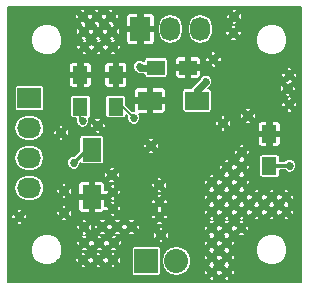
<source format=gbl>
G04 #@! TF.FileFunction,Copper,L2,Bot,Signal*
%FSLAX46Y46*%
G04 Gerber Fmt 4.6, Leading zero omitted, Abs format (unit mm)*
G04 Created by KiCad (PCBNEW 4.0.2-stable) date Wednesday, January 18, 2017 'PMt' 01:38:14 PM*
%MOMM*%
G01*
G04 APERTURE LIST*
%ADD10C,0.100000*%
%ADD11C,0.685800*%
%ADD12R,2.032000X2.032000*%
%ADD13O,2.032000X2.032000*%
%ADD14R,2.032000X1.727200*%
%ADD15O,2.032000X1.727200*%
%ADD16R,1.727200X2.032000*%
%ADD17O,1.727200X2.032000*%
%ADD18R,2.000000X1.600000*%
%ADD19R,1.600000X2.000000*%
%ADD20R,1.500000X1.300000*%
%ADD21R,1.300000X1.500000*%
%ADD22C,0.609600*%
%ADD23C,0.304800*%
%ADD24C,0.152400*%
G04 APERTURE END LIST*
D10*
D11*
X147015200Y-93446600D03*
X149123400Y-92811600D03*
X146202400Y-88036400D03*
X137515600Y-84404200D03*
X135128000Y-84404200D03*
X136321800Y-84404200D03*
X136423400Y-85674200D03*
X135229600Y-85674200D03*
X137617200Y-85674200D03*
X137668000Y-86995000D03*
X135280400Y-86995000D03*
X136474200Y-86995000D03*
X136398000Y-93649800D03*
X140919200Y-95351600D03*
X136448800Y-105029000D03*
X135178800Y-105029000D03*
X137693400Y-105029000D03*
X129768600Y-101346000D03*
X133553200Y-99187000D03*
X133553200Y-101041200D03*
X137591800Y-97815400D03*
X137668000Y-99288600D03*
X137668000Y-100660200D03*
X147904200Y-85801200D03*
X147955000Y-84404200D03*
X152628600Y-89357200D03*
X152501600Y-90500200D03*
X152628600Y-91846400D03*
X133299200Y-94234000D03*
X135255000Y-102235000D03*
X137769600Y-103581200D03*
X135255000Y-103581200D03*
X136525000Y-103581200D03*
X141605000Y-98679000D03*
X138049000Y-102209600D03*
X136779000Y-102209600D03*
X139293600Y-102209600D03*
X141757400Y-102920800D03*
X141630400Y-101371400D03*
X141630400Y-100076000D03*
X148564600Y-102311200D03*
X147320000Y-106070400D03*
X146050000Y-106070400D03*
X147320000Y-104800400D03*
X146050000Y-104800400D03*
X146050000Y-102311200D03*
X147320000Y-102311200D03*
X146050000Y-103581200D03*
X147320000Y-103581200D03*
X152374600Y-100965000D03*
X152374600Y-99695000D03*
X151130000Y-100965000D03*
X149860000Y-100965000D03*
X148590000Y-100965000D03*
X147320000Y-100965000D03*
X146050000Y-100965000D03*
X151130000Y-99695000D03*
X149860000Y-99695000D03*
X148590000Y-99695000D03*
X147320000Y-99695000D03*
X146050000Y-99695000D03*
X148590000Y-98425000D03*
X147320000Y-98425000D03*
X146050000Y-98425000D03*
X148590000Y-97155000D03*
X147320000Y-97155000D03*
X148590000Y-95885000D03*
D12*
X140525500Y-105092500D03*
D13*
X143065500Y-105092500D03*
D14*
X130619500Y-91313000D03*
D15*
X130619500Y-93853000D03*
X130619500Y-96393000D03*
X130619500Y-98933000D03*
D16*
X140017500Y-85471000D03*
D17*
X142557500Y-85471000D03*
X145097500Y-85471000D03*
D18*
X144811500Y-91503500D03*
X140811500Y-91503500D03*
D19*
X135890000Y-95663000D03*
X135890000Y-99663000D03*
D20*
X141334500Y-88709500D03*
X144034500Y-88709500D03*
D21*
X134937500Y-92028000D03*
X134937500Y-89328000D03*
X150939500Y-97044500D03*
X150939500Y-94344500D03*
X137922000Y-92028000D03*
X137922000Y-89328000D03*
D11*
X145542000Y-89916000D03*
X134366000Y-96774000D03*
X139954000Y-88646000D03*
X135128000Y-93218000D03*
X152654000Y-97028000D03*
X139446000Y-92964000D03*
D22*
X144811500Y-91503500D02*
X144811500Y-90646500D01*
X144811500Y-90646500D02*
X145542000Y-89916000D01*
D23*
X134366000Y-96774000D02*
X135477000Y-95663000D01*
X135477000Y-95663000D02*
X135890000Y-95663000D01*
D22*
X139954000Y-88646000D02*
X140017500Y-88709500D01*
X140017500Y-88709500D02*
X141334500Y-88709500D01*
D24*
X135128000Y-93218000D02*
X134937500Y-93027500D01*
X134937500Y-93027500D02*
X134937500Y-92028000D01*
D23*
X152637500Y-97044500D02*
X150939500Y-97044500D01*
X152654000Y-97028000D02*
X152637500Y-97044500D01*
D24*
X139446000Y-92964000D02*
X138510000Y-92028000D01*
X138510000Y-92028000D02*
X137922000Y-92028000D01*
G36*
X153620400Y-106884400D02*
X128827600Y-106884400D01*
X128827600Y-106600964D01*
X145761903Y-106600964D01*
X145798107Y-106708789D01*
X146061582Y-106756589D01*
X146301893Y-106708789D01*
X146338097Y-106600964D01*
X147031903Y-106600964D01*
X147068107Y-106708789D01*
X147331582Y-106756589D01*
X147571893Y-106708789D01*
X147608097Y-106600964D01*
X147320000Y-106312867D01*
X147031903Y-106600964D01*
X146338097Y-106600964D01*
X146050000Y-106312867D01*
X145761903Y-106600964D01*
X128827600Y-106600964D01*
X128827600Y-105559564D01*
X134890703Y-105559564D01*
X134926907Y-105667389D01*
X135190382Y-105715189D01*
X135430693Y-105667389D01*
X135466897Y-105559564D01*
X136160703Y-105559564D01*
X136196907Y-105667389D01*
X136460382Y-105715189D01*
X136700693Y-105667389D01*
X136736897Y-105559564D01*
X137405303Y-105559564D01*
X137441507Y-105667389D01*
X137704982Y-105715189D01*
X137945293Y-105667389D01*
X137981497Y-105559564D01*
X137693400Y-105271467D01*
X137405303Y-105559564D01*
X136736897Y-105559564D01*
X136448800Y-105271467D01*
X136160703Y-105559564D01*
X135466897Y-105559564D01*
X135178800Y-105271467D01*
X134890703Y-105559564D01*
X128827600Y-105559564D01*
X128827600Y-104403115D01*
X130751170Y-104403115D01*
X130953011Y-104891608D01*
X131326426Y-105265676D01*
X131814566Y-105468369D01*
X132343115Y-105468830D01*
X132831608Y-105266989D01*
X133058410Y-105040582D01*
X134492611Y-105040582D01*
X134540411Y-105280893D01*
X134648236Y-105317097D01*
X134936333Y-105029000D01*
X135421267Y-105029000D01*
X135709364Y-105317097D01*
X135813800Y-105282031D01*
X135918236Y-105317097D01*
X136206333Y-105029000D01*
X136691267Y-105029000D01*
X136979364Y-105317097D01*
X137071100Y-105286295D01*
X137162836Y-105317097D01*
X137450933Y-105029000D01*
X137935867Y-105029000D01*
X138223964Y-105317097D01*
X138331789Y-105280893D01*
X138379589Y-105017418D01*
X138331789Y-104777107D01*
X138223964Y-104740903D01*
X137935867Y-105029000D01*
X137450933Y-105029000D01*
X137162836Y-104740903D01*
X137071100Y-104771705D01*
X136979364Y-104740903D01*
X136691267Y-105029000D01*
X136206333Y-105029000D01*
X135918236Y-104740903D01*
X135813800Y-104775969D01*
X135709364Y-104740903D01*
X135421267Y-105029000D01*
X134936333Y-105029000D01*
X134648236Y-104740903D01*
X134540411Y-104777107D01*
X134492611Y-105040582D01*
X133058410Y-105040582D01*
X133205676Y-104893574D01*
X133369751Y-104498436D01*
X134890703Y-104498436D01*
X135178800Y-104786533D01*
X135466897Y-104498436D01*
X136160703Y-104498436D01*
X136448800Y-104786533D01*
X136736897Y-104498436D01*
X137405303Y-104498436D01*
X137693400Y-104786533D01*
X137981497Y-104498436D01*
X137945293Y-104390611D01*
X137681818Y-104342811D01*
X137441507Y-104390611D01*
X137405303Y-104498436D01*
X136736897Y-104498436D01*
X136700693Y-104390611D01*
X136437218Y-104342811D01*
X136196907Y-104390611D01*
X136160703Y-104498436D01*
X135466897Y-104498436D01*
X135430693Y-104390611D01*
X135167218Y-104342811D01*
X134926907Y-104390611D01*
X134890703Y-104498436D01*
X133369751Y-104498436D01*
X133408369Y-104405434D01*
X133408625Y-104111764D01*
X134966903Y-104111764D01*
X135003107Y-104219589D01*
X135266582Y-104267389D01*
X135506893Y-104219589D01*
X135543097Y-104111764D01*
X136236903Y-104111764D01*
X136273107Y-104219589D01*
X136536582Y-104267389D01*
X136776893Y-104219589D01*
X136813097Y-104111764D01*
X137481503Y-104111764D01*
X137517707Y-104219589D01*
X137781182Y-104267389D01*
X138021493Y-104219589D01*
X138057697Y-104111764D01*
X138022433Y-104076500D01*
X139276422Y-104076500D01*
X139276422Y-106108500D01*
X139292362Y-106193214D01*
X139342428Y-106271018D01*
X139418820Y-106323215D01*
X139509500Y-106341578D01*
X141541500Y-106341578D01*
X141626214Y-106325638D01*
X141704018Y-106275572D01*
X141756215Y-106199180D01*
X141774578Y-106108500D01*
X141774578Y-105068117D01*
X141820900Y-105068117D01*
X141820900Y-105116883D01*
X141915640Y-105593171D01*
X142185435Y-105996948D01*
X142589212Y-106266743D01*
X143065500Y-106361483D01*
X143541788Y-106266743D01*
X143818302Y-106081982D01*
X145363811Y-106081982D01*
X145411611Y-106322293D01*
X145519436Y-106358497D01*
X145807533Y-106070400D01*
X146292467Y-106070400D01*
X146580564Y-106358497D01*
X146685000Y-106323431D01*
X146789436Y-106358497D01*
X147077533Y-106070400D01*
X147562467Y-106070400D01*
X147850564Y-106358497D01*
X147958389Y-106322293D01*
X148006189Y-106058818D01*
X147958389Y-105818507D01*
X147850564Y-105782303D01*
X147562467Y-106070400D01*
X147077533Y-106070400D01*
X146789436Y-105782303D01*
X146685000Y-105817369D01*
X146580564Y-105782303D01*
X146292467Y-106070400D01*
X145807533Y-106070400D01*
X145519436Y-105782303D01*
X145411611Y-105818507D01*
X145363811Y-106081982D01*
X143818302Y-106081982D01*
X143945565Y-105996948D01*
X144215360Y-105593171D01*
X144267516Y-105330964D01*
X145761903Y-105330964D01*
X145796969Y-105435400D01*
X145761903Y-105539836D01*
X146050000Y-105827933D01*
X146338097Y-105539836D01*
X146303031Y-105435400D01*
X146338097Y-105330964D01*
X147031903Y-105330964D01*
X147066969Y-105435400D01*
X147031903Y-105539836D01*
X147320000Y-105827933D01*
X147608097Y-105539836D01*
X147573031Y-105435400D01*
X147608097Y-105330964D01*
X147320000Y-105042867D01*
X147031903Y-105330964D01*
X146338097Y-105330964D01*
X146050000Y-105042867D01*
X145761903Y-105330964D01*
X144267516Y-105330964D01*
X144310100Y-105116883D01*
X144310100Y-105068117D01*
X144259152Y-104811982D01*
X145363811Y-104811982D01*
X145411611Y-105052293D01*
X145519436Y-105088497D01*
X145807533Y-104800400D01*
X146292467Y-104800400D01*
X146580564Y-105088497D01*
X146685000Y-105053431D01*
X146789436Y-105088497D01*
X147077533Y-104800400D01*
X147562467Y-104800400D01*
X147850564Y-105088497D01*
X147958389Y-105052293D01*
X148006189Y-104788818D01*
X147958389Y-104548507D01*
X147850564Y-104512303D01*
X147562467Y-104800400D01*
X147077533Y-104800400D01*
X146789436Y-104512303D01*
X146685000Y-104547369D01*
X146580564Y-104512303D01*
X146292467Y-104800400D01*
X145807533Y-104800400D01*
X145519436Y-104512303D01*
X145411611Y-104548507D01*
X145363811Y-104811982D01*
X144259152Y-104811982D01*
X144215360Y-104591829D01*
X143945565Y-104188052D01*
X143831392Y-104111764D01*
X145761903Y-104111764D01*
X145788441Y-104190800D01*
X145761903Y-104269836D01*
X146050000Y-104557933D01*
X146338097Y-104269836D01*
X146311559Y-104190800D01*
X146338097Y-104111764D01*
X147031903Y-104111764D01*
X147058441Y-104190800D01*
X147031903Y-104269836D01*
X147320000Y-104557933D01*
X147474818Y-104403115D01*
X149801170Y-104403115D01*
X150003011Y-104891608D01*
X150376426Y-105265676D01*
X150864566Y-105468369D01*
X151393115Y-105468830D01*
X151881608Y-105266989D01*
X152255676Y-104893574D01*
X152458369Y-104405434D01*
X152458830Y-103876885D01*
X152256989Y-103388392D01*
X151883574Y-103014324D01*
X151395434Y-102811631D01*
X150866885Y-102811170D01*
X150378392Y-103013011D01*
X150004324Y-103386426D01*
X149801631Y-103874566D01*
X149801170Y-104403115D01*
X147474818Y-104403115D01*
X147608097Y-104269836D01*
X147581559Y-104190800D01*
X147608097Y-104111764D01*
X147320000Y-103823667D01*
X147031903Y-104111764D01*
X146338097Y-104111764D01*
X146050000Y-103823667D01*
X145761903Y-104111764D01*
X143831392Y-104111764D01*
X143541788Y-103918257D01*
X143065500Y-103823517D01*
X142589212Y-103918257D01*
X142185435Y-104188052D01*
X141915640Y-104591829D01*
X141820900Y-105068117D01*
X141774578Y-105068117D01*
X141774578Y-104076500D01*
X141758638Y-103991786D01*
X141708572Y-103913982D01*
X141632180Y-103861785D01*
X141541500Y-103843422D01*
X139509500Y-103843422D01*
X139424786Y-103859362D01*
X139346982Y-103909428D01*
X139294785Y-103985820D01*
X139276422Y-104076500D01*
X138022433Y-104076500D01*
X137769600Y-103823667D01*
X137481503Y-104111764D01*
X136813097Y-104111764D01*
X136525000Y-103823667D01*
X136236903Y-104111764D01*
X135543097Y-104111764D01*
X135255000Y-103823667D01*
X134966903Y-104111764D01*
X133408625Y-104111764D01*
X133408830Y-103876885D01*
X133291442Y-103592782D01*
X134568811Y-103592782D01*
X134616611Y-103833093D01*
X134724436Y-103869297D01*
X135012533Y-103581200D01*
X135497467Y-103581200D01*
X135785564Y-103869297D01*
X135890000Y-103834231D01*
X135994436Y-103869297D01*
X136282533Y-103581200D01*
X136767467Y-103581200D01*
X137055564Y-103869297D01*
X137147300Y-103838495D01*
X137239036Y-103869297D01*
X137527133Y-103581200D01*
X138012067Y-103581200D01*
X138300164Y-103869297D01*
X138407989Y-103833093D01*
X138455789Y-103569618D01*
X138432268Y-103451364D01*
X141469303Y-103451364D01*
X141505507Y-103559189D01*
X141768982Y-103606989D01*
X141840406Y-103592782D01*
X145363811Y-103592782D01*
X145411611Y-103833093D01*
X145519436Y-103869297D01*
X145807533Y-103581200D01*
X146292467Y-103581200D01*
X146580564Y-103869297D01*
X146685000Y-103834231D01*
X146789436Y-103869297D01*
X147077533Y-103581200D01*
X147562467Y-103581200D01*
X147850564Y-103869297D01*
X147958389Y-103833093D01*
X148006189Y-103569618D01*
X147958389Y-103329307D01*
X147850564Y-103293103D01*
X147562467Y-103581200D01*
X147077533Y-103581200D01*
X146789436Y-103293103D01*
X146685000Y-103328169D01*
X146580564Y-103293103D01*
X146292467Y-103581200D01*
X145807533Y-103581200D01*
X145519436Y-103293103D01*
X145411611Y-103329307D01*
X145363811Y-103592782D01*
X141840406Y-103592782D01*
X142009293Y-103559189D01*
X142045497Y-103451364D01*
X141757400Y-103163267D01*
X141469303Y-103451364D01*
X138432268Y-103451364D01*
X138407989Y-103329307D01*
X138300164Y-103293103D01*
X138012067Y-103581200D01*
X137527133Y-103581200D01*
X137239036Y-103293103D01*
X137147300Y-103323905D01*
X137055564Y-103293103D01*
X136767467Y-103581200D01*
X136282533Y-103581200D01*
X135994436Y-103293103D01*
X135890000Y-103328169D01*
X135785564Y-103293103D01*
X135497467Y-103581200D01*
X135012533Y-103581200D01*
X134724436Y-103293103D01*
X134616611Y-103329307D01*
X134568811Y-103592782D01*
X133291442Y-103592782D01*
X133206989Y-103388392D01*
X132833574Y-103014324D01*
X132345434Y-102811631D01*
X131816885Y-102811170D01*
X131328392Y-103013011D01*
X130954324Y-103386426D01*
X130751631Y-103874566D01*
X130751170Y-104403115D01*
X128827600Y-104403115D01*
X128827600Y-102765564D01*
X134966903Y-102765564D01*
X135003107Y-102873389D01*
X135185638Y-102906504D01*
X135003107Y-102942811D01*
X134966903Y-103050636D01*
X135255000Y-103338733D01*
X135543097Y-103050636D01*
X136236903Y-103050636D01*
X136525000Y-103338733D01*
X136813097Y-103050636D01*
X137481503Y-103050636D01*
X137769600Y-103338733D01*
X138057697Y-103050636D01*
X138021493Y-102942811D01*
X137964009Y-102932382D01*
X141071211Y-102932382D01*
X141119011Y-103172693D01*
X141226836Y-103208897D01*
X141514933Y-102920800D01*
X141999867Y-102920800D01*
X142287964Y-103208897D01*
X142395789Y-103172693D01*
X142443589Y-102909218D01*
X142430172Y-102841764D01*
X145761903Y-102841764D01*
X145796969Y-102946200D01*
X145761903Y-103050636D01*
X146050000Y-103338733D01*
X146338097Y-103050636D01*
X146303031Y-102946200D01*
X146338097Y-102841764D01*
X147031903Y-102841764D01*
X147066969Y-102946200D01*
X147031903Y-103050636D01*
X147320000Y-103338733D01*
X147608097Y-103050636D01*
X147573031Y-102946200D01*
X147608097Y-102841764D01*
X148276503Y-102841764D01*
X148312707Y-102949589D01*
X148576182Y-102997389D01*
X148816493Y-102949589D01*
X148852697Y-102841764D01*
X148564600Y-102553667D01*
X148276503Y-102841764D01*
X147608097Y-102841764D01*
X147320000Y-102553667D01*
X147031903Y-102841764D01*
X146338097Y-102841764D01*
X146050000Y-102553667D01*
X145761903Y-102841764D01*
X142430172Y-102841764D01*
X142395789Y-102668907D01*
X142287964Y-102632703D01*
X141999867Y-102920800D01*
X141514933Y-102920800D01*
X141226836Y-102632703D01*
X141119011Y-102668907D01*
X141071211Y-102932382D01*
X137964009Y-102932382D01*
X137758018Y-102895011D01*
X137517707Y-102942811D01*
X137481503Y-103050636D01*
X136813097Y-103050636D01*
X136776893Y-102942811D01*
X136513418Y-102895011D01*
X136273107Y-102942811D01*
X136236903Y-103050636D01*
X135543097Y-103050636D01*
X135506893Y-102942811D01*
X135324362Y-102909696D01*
X135506893Y-102873389D01*
X135543097Y-102765564D01*
X135517697Y-102740164D01*
X136490903Y-102740164D01*
X136527107Y-102847989D01*
X136790582Y-102895789D01*
X137030893Y-102847989D01*
X137067097Y-102740164D01*
X137760903Y-102740164D01*
X137797107Y-102847989D01*
X138060582Y-102895789D01*
X138300893Y-102847989D01*
X138337097Y-102740164D01*
X139005503Y-102740164D01*
X139041707Y-102847989D01*
X139305182Y-102895789D01*
X139545493Y-102847989D01*
X139581697Y-102740164D01*
X139293600Y-102452067D01*
X139005503Y-102740164D01*
X138337097Y-102740164D01*
X138049000Y-102452067D01*
X137760903Y-102740164D01*
X137067097Y-102740164D01*
X136779000Y-102452067D01*
X136490903Y-102740164D01*
X135517697Y-102740164D01*
X135255000Y-102477467D01*
X134966903Y-102765564D01*
X128827600Y-102765564D01*
X128827600Y-102246582D01*
X134568811Y-102246582D01*
X134616611Y-102486893D01*
X134724436Y-102523097D01*
X135012533Y-102235000D01*
X135497467Y-102235000D01*
X135785564Y-102523097D01*
X135893389Y-102486893D01*
X135941189Y-102223418D01*
X135940745Y-102221182D01*
X136092811Y-102221182D01*
X136140611Y-102461493D01*
X136248436Y-102497697D01*
X136536533Y-102209600D01*
X137021467Y-102209600D01*
X137309564Y-102497697D01*
X137414000Y-102462631D01*
X137518436Y-102497697D01*
X137806533Y-102209600D01*
X138291467Y-102209600D01*
X138579564Y-102497697D01*
X138671300Y-102466895D01*
X138763036Y-102497697D01*
X139051133Y-102209600D01*
X139536067Y-102209600D01*
X139824164Y-102497697D01*
X139931989Y-102461493D01*
X139944916Y-102390236D01*
X141469303Y-102390236D01*
X141757400Y-102678333D01*
X142045497Y-102390236D01*
X142022849Y-102322782D01*
X145363811Y-102322782D01*
X145411611Y-102563093D01*
X145519436Y-102599297D01*
X145807533Y-102311200D01*
X146292467Y-102311200D01*
X146580564Y-102599297D01*
X146685000Y-102564231D01*
X146789436Y-102599297D01*
X147077533Y-102311200D01*
X147562467Y-102311200D01*
X147850564Y-102599297D01*
X147942300Y-102568495D01*
X148034036Y-102599297D01*
X148322133Y-102311200D01*
X148807067Y-102311200D01*
X149095164Y-102599297D01*
X149202989Y-102563093D01*
X149250789Y-102299618D01*
X149202989Y-102059307D01*
X149095164Y-102023103D01*
X148807067Y-102311200D01*
X148322133Y-102311200D01*
X148034036Y-102023103D01*
X147942300Y-102053905D01*
X147850564Y-102023103D01*
X147562467Y-102311200D01*
X147077533Y-102311200D01*
X146789436Y-102023103D01*
X146685000Y-102058169D01*
X146580564Y-102023103D01*
X146292467Y-102311200D01*
X145807533Y-102311200D01*
X145519436Y-102023103D01*
X145411611Y-102059307D01*
X145363811Y-102322782D01*
X142022849Y-102322782D01*
X142009293Y-102282411D01*
X141745818Y-102234611D01*
X141505507Y-102282411D01*
X141469303Y-102390236D01*
X139944916Y-102390236D01*
X139979789Y-102198018D01*
X139931989Y-101957707D01*
X139824164Y-101921503D01*
X139536067Y-102209600D01*
X139051133Y-102209600D01*
X138763036Y-101921503D01*
X138671300Y-101952305D01*
X138579564Y-101921503D01*
X138291467Y-102209600D01*
X137806533Y-102209600D01*
X137518436Y-101921503D01*
X137414000Y-101956569D01*
X137309564Y-101921503D01*
X137021467Y-102209600D01*
X136536533Y-102209600D01*
X136248436Y-101921503D01*
X136140611Y-101957707D01*
X136092811Y-102221182D01*
X135940745Y-102221182D01*
X135893389Y-101983107D01*
X135785564Y-101946903D01*
X135497467Y-102235000D01*
X135012533Y-102235000D01*
X134724436Y-101946903D01*
X134616611Y-101983107D01*
X134568811Y-102246582D01*
X128827600Y-102246582D01*
X128827600Y-101876564D01*
X129480503Y-101876564D01*
X129516707Y-101984389D01*
X129780182Y-102032189D01*
X130020493Y-101984389D01*
X130056697Y-101876564D01*
X129768600Y-101588467D01*
X129480503Y-101876564D01*
X128827600Y-101876564D01*
X128827600Y-101357582D01*
X129082411Y-101357582D01*
X129130211Y-101597893D01*
X129238036Y-101634097D01*
X129526133Y-101346000D01*
X130011067Y-101346000D01*
X130299164Y-101634097D01*
X130406989Y-101597893D01*
X130411729Y-101571764D01*
X133265103Y-101571764D01*
X133301307Y-101679589D01*
X133564782Y-101727389D01*
X133680176Y-101704436D01*
X134966903Y-101704436D01*
X135255000Y-101992533D01*
X135543097Y-101704436D01*
X135534569Y-101679036D01*
X136490903Y-101679036D01*
X136779000Y-101967133D01*
X137067097Y-101679036D01*
X137760903Y-101679036D01*
X138049000Y-101967133D01*
X138337097Y-101679036D01*
X139005503Y-101679036D01*
X139293600Y-101967133D01*
X139358769Y-101901964D01*
X141342303Y-101901964D01*
X141378507Y-102009789D01*
X141641982Y-102057589D01*
X141882293Y-102009789D01*
X141918497Y-101901964D01*
X141630400Y-101613867D01*
X141342303Y-101901964D01*
X139358769Y-101901964D01*
X139581697Y-101679036D01*
X139545493Y-101571211D01*
X139282018Y-101523411D01*
X139041707Y-101571211D01*
X139005503Y-101679036D01*
X138337097Y-101679036D01*
X138300893Y-101571211D01*
X138037418Y-101523411D01*
X137797107Y-101571211D01*
X137760903Y-101679036D01*
X137067097Y-101679036D01*
X137030893Y-101571211D01*
X136767418Y-101523411D01*
X136527107Y-101571211D01*
X136490903Y-101679036D01*
X135534569Y-101679036D01*
X135506893Y-101596611D01*
X135243418Y-101548811D01*
X135003107Y-101596611D01*
X134966903Y-101704436D01*
X133680176Y-101704436D01*
X133805093Y-101679589D01*
X133841297Y-101571764D01*
X133652515Y-101382982D01*
X140944211Y-101382982D01*
X140992011Y-101623293D01*
X141099836Y-101659497D01*
X141387933Y-101371400D01*
X141872867Y-101371400D01*
X142160964Y-101659497D01*
X142268789Y-101623293D01*
X142291961Y-101495564D01*
X145761903Y-101495564D01*
X145798107Y-101603389D01*
X145980638Y-101636504D01*
X145798107Y-101672811D01*
X145761903Y-101780636D01*
X146050000Y-102068733D01*
X146338097Y-101780636D01*
X146301893Y-101672811D01*
X146119362Y-101639696D01*
X146301893Y-101603389D01*
X146338097Y-101495564D01*
X147031903Y-101495564D01*
X147068107Y-101603389D01*
X147250638Y-101636504D01*
X147068107Y-101672811D01*
X147031903Y-101780636D01*
X147320000Y-102068733D01*
X147608097Y-101780636D01*
X148276503Y-101780636D01*
X148564600Y-102068733D01*
X148852697Y-101780636D01*
X148816493Y-101672811D01*
X148647246Y-101642106D01*
X148841893Y-101603389D01*
X148878097Y-101495564D01*
X149571903Y-101495564D01*
X149608107Y-101603389D01*
X149871582Y-101651189D01*
X150111893Y-101603389D01*
X150148097Y-101495564D01*
X150841903Y-101495564D01*
X150878107Y-101603389D01*
X151141582Y-101651189D01*
X151381893Y-101603389D01*
X151418097Y-101495564D01*
X152086503Y-101495564D01*
X152122707Y-101603389D01*
X152386182Y-101651189D01*
X152626493Y-101603389D01*
X152662697Y-101495564D01*
X152374600Y-101207467D01*
X152086503Y-101495564D01*
X151418097Y-101495564D01*
X151130000Y-101207467D01*
X150841903Y-101495564D01*
X150148097Y-101495564D01*
X149860000Y-101207467D01*
X149571903Y-101495564D01*
X148878097Y-101495564D01*
X148590000Y-101207467D01*
X148301903Y-101495564D01*
X148338107Y-101603389D01*
X148507354Y-101634094D01*
X148312707Y-101672811D01*
X148276503Y-101780636D01*
X147608097Y-101780636D01*
X147571893Y-101672811D01*
X147389362Y-101639696D01*
X147571893Y-101603389D01*
X147608097Y-101495564D01*
X147320000Y-101207467D01*
X147031903Y-101495564D01*
X146338097Y-101495564D01*
X146050000Y-101207467D01*
X145761903Y-101495564D01*
X142291961Y-101495564D01*
X142316589Y-101359818D01*
X142268789Y-101119507D01*
X142160964Y-101083303D01*
X141872867Y-101371400D01*
X141387933Y-101371400D01*
X141099836Y-101083303D01*
X140992011Y-101119507D01*
X140944211Y-101382982D01*
X133652515Y-101382982D01*
X133553200Y-101283667D01*
X133265103Y-101571764D01*
X130411729Y-101571764D01*
X130454789Y-101334418D01*
X130406989Y-101094107D01*
X130299164Y-101057903D01*
X130011067Y-101346000D01*
X129526133Y-101346000D01*
X129238036Y-101057903D01*
X129130211Y-101094107D01*
X129082411Y-101357582D01*
X128827600Y-101357582D01*
X128827600Y-100815436D01*
X129480503Y-100815436D01*
X129768600Y-101103533D01*
X129819351Y-101052782D01*
X132867011Y-101052782D01*
X132914811Y-101293093D01*
X133022636Y-101329297D01*
X133310733Y-101041200D01*
X133795667Y-101041200D01*
X134083764Y-101329297D01*
X134191589Y-101293093D01*
X134210153Y-101190764D01*
X137379903Y-101190764D01*
X137416107Y-101298589D01*
X137679582Y-101346389D01*
X137919893Y-101298589D01*
X137956097Y-101190764D01*
X137668000Y-100902667D01*
X137379903Y-101190764D01*
X134210153Y-101190764D01*
X134239389Y-101029618D01*
X134191589Y-100789307D01*
X134083764Y-100753103D01*
X133795667Y-101041200D01*
X133310733Y-101041200D01*
X133022636Y-100753103D01*
X132914811Y-100789307D01*
X132867011Y-101052782D01*
X129819351Y-101052782D01*
X130056697Y-100815436D01*
X130020493Y-100707611D01*
X129757018Y-100659811D01*
X129516707Y-100707611D01*
X129480503Y-100815436D01*
X128827600Y-100815436D01*
X128827600Y-100510636D01*
X133265103Y-100510636D01*
X133553200Y-100798733D01*
X133841297Y-100510636D01*
X133805093Y-100402811D01*
X133541618Y-100355011D01*
X133301307Y-100402811D01*
X133265103Y-100510636D01*
X128827600Y-100510636D01*
X128827600Y-98933000D01*
X129350517Y-98933000D01*
X129433656Y-99350967D01*
X129670415Y-99705302D01*
X130024750Y-99942061D01*
X130442717Y-100025200D01*
X130796283Y-100025200D01*
X131214250Y-99942061D01*
X131242252Y-99923350D01*
X134759800Y-99923350D01*
X134759800Y-100728681D01*
X134810070Y-100850043D01*
X134902957Y-100942930D01*
X135024319Y-100993200D01*
X135629650Y-100993200D01*
X135712200Y-100910650D01*
X135712200Y-99840800D01*
X136067800Y-99840800D01*
X136067800Y-100910650D01*
X136150350Y-100993200D01*
X136755681Y-100993200D01*
X136877043Y-100942930D01*
X136969930Y-100850043D01*
X137001911Y-100772834D01*
X137029611Y-100912093D01*
X137137436Y-100948297D01*
X137425533Y-100660200D01*
X137910467Y-100660200D01*
X138198564Y-100948297D01*
X138306389Y-100912093D01*
X138354189Y-100648618D01*
X138345825Y-100606564D01*
X141342303Y-100606564D01*
X141378507Y-100714389D01*
X141427470Y-100723272D01*
X141378507Y-100733011D01*
X141342303Y-100840836D01*
X141630400Y-101128933D01*
X141782751Y-100976582D01*
X145363811Y-100976582D01*
X145411611Y-101216893D01*
X145519436Y-101253097D01*
X145807533Y-100965000D01*
X146292467Y-100965000D01*
X146580564Y-101253097D01*
X146685000Y-101218031D01*
X146789436Y-101253097D01*
X147077533Y-100965000D01*
X147562467Y-100965000D01*
X147850564Y-101253097D01*
X147955000Y-101218031D01*
X148059436Y-101253097D01*
X148347533Y-100965000D01*
X148832467Y-100965000D01*
X149120564Y-101253097D01*
X149225000Y-101218031D01*
X149329436Y-101253097D01*
X149617533Y-100965000D01*
X150102467Y-100965000D01*
X150390564Y-101253097D01*
X150495000Y-101218031D01*
X150599436Y-101253097D01*
X150887533Y-100965000D01*
X151372467Y-100965000D01*
X151660564Y-101253097D01*
X151752300Y-101222295D01*
X151844036Y-101253097D01*
X152132133Y-100965000D01*
X152617067Y-100965000D01*
X152905164Y-101253097D01*
X153012989Y-101216893D01*
X153060789Y-100953418D01*
X153012989Y-100713107D01*
X152905164Y-100676903D01*
X152617067Y-100965000D01*
X152132133Y-100965000D01*
X151844036Y-100676903D01*
X151752300Y-100707705D01*
X151660564Y-100676903D01*
X151372467Y-100965000D01*
X150887533Y-100965000D01*
X150599436Y-100676903D01*
X150495000Y-100711969D01*
X150390564Y-100676903D01*
X150102467Y-100965000D01*
X149617533Y-100965000D01*
X149329436Y-100676903D01*
X149225000Y-100711969D01*
X149120564Y-100676903D01*
X148832467Y-100965000D01*
X148347533Y-100965000D01*
X148059436Y-100676903D01*
X147955000Y-100711969D01*
X147850564Y-100676903D01*
X147562467Y-100965000D01*
X147077533Y-100965000D01*
X146789436Y-100676903D01*
X146685000Y-100711969D01*
X146580564Y-100676903D01*
X146292467Y-100965000D01*
X145807533Y-100965000D01*
X145519436Y-100676903D01*
X145411611Y-100713107D01*
X145363811Y-100976582D01*
X141782751Y-100976582D01*
X141918497Y-100840836D01*
X141882293Y-100733011D01*
X141833330Y-100724128D01*
X141882293Y-100714389D01*
X141918497Y-100606564D01*
X141630400Y-100318467D01*
X141342303Y-100606564D01*
X138345825Y-100606564D01*
X138306389Y-100408307D01*
X138198564Y-100372103D01*
X137910467Y-100660200D01*
X137425533Y-100660200D01*
X137137436Y-100372103D01*
X137029611Y-100408307D01*
X137020200Y-100460181D01*
X137020200Y-100129636D01*
X137379903Y-100129636D01*
X137668000Y-100417733D01*
X137956097Y-100129636D01*
X137941977Y-100087582D01*
X140944211Y-100087582D01*
X140992011Y-100327893D01*
X141099836Y-100364097D01*
X141387933Y-100076000D01*
X141872867Y-100076000D01*
X142160964Y-100364097D01*
X142268789Y-100327893D01*
X142287353Y-100225564D01*
X145761903Y-100225564D01*
X145796969Y-100330000D01*
X145761903Y-100434436D01*
X146050000Y-100722533D01*
X146338097Y-100434436D01*
X146303031Y-100330000D01*
X146338097Y-100225564D01*
X147031903Y-100225564D01*
X147066969Y-100330000D01*
X147031903Y-100434436D01*
X147320000Y-100722533D01*
X147608097Y-100434436D01*
X147573031Y-100330000D01*
X147608097Y-100225564D01*
X148301903Y-100225564D01*
X148336969Y-100330000D01*
X148301903Y-100434436D01*
X148590000Y-100722533D01*
X148878097Y-100434436D01*
X148843031Y-100330000D01*
X148878097Y-100225564D01*
X149571903Y-100225564D01*
X149606969Y-100330000D01*
X149571903Y-100434436D01*
X149860000Y-100722533D01*
X150148097Y-100434436D01*
X150113031Y-100330000D01*
X150148097Y-100225564D01*
X150841903Y-100225564D01*
X150876969Y-100330000D01*
X150841903Y-100434436D01*
X151130000Y-100722533D01*
X151418097Y-100434436D01*
X151383031Y-100330000D01*
X151418097Y-100225564D01*
X152086503Y-100225564D01*
X152121569Y-100330000D01*
X152086503Y-100434436D01*
X152374600Y-100722533D01*
X152662697Y-100434436D01*
X152627631Y-100330000D01*
X152662697Y-100225564D01*
X152374600Y-99937467D01*
X152086503Y-100225564D01*
X151418097Y-100225564D01*
X151130000Y-99937467D01*
X150841903Y-100225564D01*
X150148097Y-100225564D01*
X149860000Y-99937467D01*
X149571903Y-100225564D01*
X148878097Y-100225564D01*
X148590000Y-99937467D01*
X148301903Y-100225564D01*
X147608097Y-100225564D01*
X147320000Y-99937467D01*
X147031903Y-100225564D01*
X146338097Y-100225564D01*
X146050000Y-99937467D01*
X145761903Y-100225564D01*
X142287353Y-100225564D01*
X142316589Y-100064418D01*
X142268789Y-99824107D01*
X142160964Y-99787903D01*
X141872867Y-100076000D01*
X141387933Y-100076000D01*
X141099836Y-99787903D01*
X140992011Y-99824107D01*
X140944211Y-100087582D01*
X137941977Y-100087582D01*
X137919893Y-100021811D01*
X137656418Y-99974011D01*
X137416107Y-100021811D01*
X137379903Y-100129636D01*
X137020200Y-100129636D01*
X137020200Y-99923350D01*
X136937650Y-99840800D01*
X136067800Y-99840800D01*
X135712200Y-99840800D01*
X134842350Y-99840800D01*
X134759800Y-99923350D01*
X131242252Y-99923350D01*
X131550233Y-99717564D01*
X133265103Y-99717564D01*
X133301307Y-99825389D01*
X133564782Y-99873189D01*
X133805093Y-99825389D01*
X133807183Y-99819164D01*
X137379903Y-99819164D01*
X137416107Y-99926989D01*
X137679582Y-99974789D01*
X137919893Y-99926989D01*
X137956097Y-99819164D01*
X137668000Y-99531067D01*
X137379903Y-99819164D01*
X133807183Y-99819164D01*
X133841297Y-99717564D01*
X133553200Y-99429467D01*
X133265103Y-99717564D01*
X131550233Y-99717564D01*
X131568585Y-99705302D01*
X131805344Y-99350967D01*
X131835655Y-99198582D01*
X132867011Y-99198582D01*
X132914811Y-99438893D01*
X133022636Y-99475097D01*
X133310733Y-99187000D01*
X133795667Y-99187000D01*
X134083764Y-99475097D01*
X134191589Y-99438893D01*
X134239389Y-99175418D01*
X134191589Y-98935107D01*
X134083764Y-98898903D01*
X133795667Y-99187000D01*
X133310733Y-99187000D01*
X133022636Y-98898903D01*
X132914811Y-98935107D01*
X132867011Y-99198582D01*
X131835655Y-99198582D01*
X131888483Y-98933000D01*
X131833471Y-98656436D01*
X133265103Y-98656436D01*
X133553200Y-98944533D01*
X133841297Y-98656436D01*
X133821448Y-98597319D01*
X134759800Y-98597319D01*
X134759800Y-99402650D01*
X134842350Y-99485200D01*
X135712200Y-99485200D01*
X135712200Y-98415350D01*
X136067800Y-98415350D01*
X136067800Y-99485200D01*
X136937650Y-99485200D01*
X137005180Y-99417670D01*
X137029611Y-99540493D01*
X137137436Y-99576697D01*
X137425533Y-99288600D01*
X137910467Y-99288600D01*
X138198564Y-99576697D01*
X138291667Y-99545436D01*
X141342303Y-99545436D01*
X141630400Y-99833533D01*
X141757351Y-99706582D01*
X145363811Y-99706582D01*
X145411611Y-99946893D01*
X145519436Y-99983097D01*
X145807533Y-99695000D01*
X146292467Y-99695000D01*
X146580564Y-99983097D01*
X146685000Y-99948031D01*
X146789436Y-99983097D01*
X147077533Y-99695000D01*
X147562467Y-99695000D01*
X147850564Y-99983097D01*
X147955000Y-99948031D01*
X148059436Y-99983097D01*
X148347533Y-99695000D01*
X148832467Y-99695000D01*
X149120564Y-99983097D01*
X149225000Y-99948031D01*
X149329436Y-99983097D01*
X149617533Y-99695000D01*
X150102467Y-99695000D01*
X150390564Y-99983097D01*
X150495000Y-99948031D01*
X150599436Y-99983097D01*
X150887533Y-99695000D01*
X151372467Y-99695000D01*
X151660564Y-99983097D01*
X151752300Y-99952295D01*
X151844036Y-99983097D01*
X152132133Y-99695000D01*
X152617067Y-99695000D01*
X152905164Y-99983097D01*
X153012989Y-99946893D01*
X153060789Y-99683418D01*
X153012989Y-99443107D01*
X152905164Y-99406903D01*
X152617067Y-99695000D01*
X152132133Y-99695000D01*
X151844036Y-99406903D01*
X151752300Y-99437705D01*
X151660564Y-99406903D01*
X151372467Y-99695000D01*
X150887533Y-99695000D01*
X150599436Y-99406903D01*
X150495000Y-99441969D01*
X150390564Y-99406903D01*
X150102467Y-99695000D01*
X149617533Y-99695000D01*
X149329436Y-99406903D01*
X149225000Y-99441969D01*
X149120564Y-99406903D01*
X148832467Y-99695000D01*
X148347533Y-99695000D01*
X148059436Y-99406903D01*
X147955000Y-99441969D01*
X147850564Y-99406903D01*
X147562467Y-99695000D01*
X147077533Y-99695000D01*
X146789436Y-99406903D01*
X146685000Y-99441969D01*
X146580564Y-99406903D01*
X146292467Y-99695000D01*
X145807533Y-99695000D01*
X145519436Y-99406903D01*
X145411611Y-99443107D01*
X145363811Y-99706582D01*
X141757351Y-99706582D01*
X141918497Y-99545436D01*
X141882293Y-99437611D01*
X141618818Y-99389811D01*
X141378507Y-99437611D01*
X141342303Y-99545436D01*
X138291667Y-99545436D01*
X138306389Y-99540493D01*
X138354189Y-99277018D01*
X138340772Y-99209564D01*
X141316903Y-99209564D01*
X141353107Y-99317389D01*
X141616582Y-99365189D01*
X141856893Y-99317389D01*
X141893097Y-99209564D01*
X141605000Y-98921467D01*
X141316903Y-99209564D01*
X138340772Y-99209564D01*
X138306389Y-99036707D01*
X138198564Y-99000503D01*
X137910467Y-99288600D01*
X137425533Y-99288600D01*
X137137436Y-99000503D01*
X137029611Y-99036707D01*
X137020200Y-99088581D01*
X137020200Y-98758036D01*
X137379903Y-98758036D01*
X137668000Y-99046133D01*
X137956097Y-98758036D01*
X137933449Y-98690582D01*
X140918811Y-98690582D01*
X140966611Y-98930893D01*
X141074436Y-98967097D01*
X141362533Y-98679000D01*
X141847467Y-98679000D01*
X142135564Y-98967097D01*
X142169912Y-98955564D01*
X145761903Y-98955564D01*
X145796969Y-99060000D01*
X145761903Y-99164436D01*
X146050000Y-99452533D01*
X146338097Y-99164436D01*
X146303031Y-99060000D01*
X146338097Y-98955564D01*
X147031903Y-98955564D01*
X147066969Y-99060000D01*
X147031903Y-99164436D01*
X147320000Y-99452533D01*
X147608097Y-99164436D01*
X147573031Y-99060000D01*
X147608097Y-98955564D01*
X148301903Y-98955564D01*
X148336969Y-99060000D01*
X148301903Y-99164436D01*
X148590000Y-99452533D01*
X148878097Y-99164436D01*
X149571903Y-99164436D01*
X149860000Y-99452533D01*
X150148097Y-99164436D01*
X150841903Y-99164436D01*
X151130000Y-99452533D01*
X151418097Y-99164436D01*
X152086503Y-99164436D01*
X152374600Y-99452533D01*
X152662697Y-99164436D01*
X152626493Y-99056611D01*
X152363018Y-99008811D01*
X152122707Y-99056611D01*
X152086503Y-99164436D01*
X151418097Y-99164436D01*
X151381893Y-99056611D01*
X151118418Y-99008811D01*
X150878107Y-99056611D01*
X150841903Y-99164436D01*
X150148097Y-99164436D01*
X150111893Y-99056611D01*
X149848418Y-99008811D01*
X149608107Y-99056611D01*
X149571903Y-99164436D01*
X148878097Y-99164436D01*
X148843031Y-99060000D01*
X148878097Y-98955564D01*
X148590000Y-98667467D01*
X148301903Y-98955564D01*
X147608097Y-98955564D01*
X147320000Y-98667467D01*
X147031903Y-98955564D01*
X146338097Y-98955564D01*
X146050000Y-98667467D01*
X145761903Y-98955564D01*
X142169912Y-98955564D01*
X142243389Y-98930893D01*
X142291189Y-98667418D01*
X142245274Y-98436582D01*
X145363811Y-98436582D01*
X145411611Y-98676893D01*
X145519436Y-98713097D01*
X145807533Y-98425000D01*
X146292467Y-98425000D01*
X146580564Y-98713097D01*
X146685000Y-98678031D01*
X146789436Y-98713097D01*
X147077533Y-98425000D01*
X147562467Y-98425000D01*
X147850564Y-98713097D01*
X147955000Y-98678031D01*
X148059436Y-98713097D01*
X148347533Y-98425000D01*
X148832467Y-98425000D01*
X149120564Y-98713097D01*
X149228389Y-98676893D01*
X149276189Y-98413418D01*
X149228389Y-98173107D01*
X149120564Y-98136903D01*
X148832467Y-98425000D01*
X148347533Y-98425000D01*
X148059436Y-98136903D01*
X147955000Y-98171969D01*
X147850564Y-98136903D01*
X147562467Y-98425000D01*
X147077533Y-98425000D01*
X146789436Y-98136903D01*
X146685000Y-98171969D01*
X146580564Y-98136903D01*
X146292467Y-98425000D01*
X145807533Y-98425000D01*
X145519436Y-98136903D01*
X145411611Y-98173107D01*
X145363811Y-98436582D01*
X142245274Y-98436582D01*
X142243389Y-98427107D01*
X142135564Y-98390903D01*
X141847467Y-98679000D01*
X141362533Y-98679000D01*
X141074436Y-98390903D01*
X140966611Y-98427107D01*
X140918811Y-98690582D01*
X137933449Y-98690582D01*
X137919893Y-98650211D01*
X137656418Y-98602411D01*
X137416107Y-98650211D01*
X137379903Y-98758036D01*
X137020200Y-98758036D01*
X137020200Y-98597319D01*
X136969930Y-98475957D01*
X136877043Y-98383070D01*
X136787462Y-98345964D01*
X137303703Y-98345964D01*
X137339907Y-98453789D01*
X137603382Y-98501589D01*
X137843693Y-98453789D01*
X137879897Y-98345964D01*
X137682369Y-98148436D01*
X141316903Y-98148436D01*
X141605000Y-98436533D01*
X141893097Y-98148436D01*
X141856893Y-98040611D01*
X141593418Y-97992811D01*
X141353107Y-98040611D01*
X141316903Y-98148436D01*
X137682369Y-98148436D01*
X137591800Y-98057867D01*
X137303703Y-98345964D01*
X136787462Y-98345964D01*
X136755681Y-98332800D01*
X136150350Y-98332800D01*
X136067800Y-98415350D01*
X135712200Y-98415350D01*
X135629650Y-98332800D01*
X135024319Y-98332800D01*
X134902957Y-98383070D01*
X134810070Y-98475957D01*
X134759800Y-98597319D01*
X133821448Y-98597319D01*
X133805093Y-98548611D01*
X133541618Y-98500811D01*
X133301307Y-98548611D01*
X133265103Y-98656436D01*
X131833471Y-98656436D01*
X131805344Y-98515033D01*
X131568585Y-98160698D01*
X131214250Y-97923939D01*
X130796283Y-97840800D01*
X130442717Y-97840800D01*
X130024750Y-97923939D01*
X129670415Y-98160698D01*
X129433656Y-98515033D01*
X129350517Y-98933000D01*
X128827600Y-98933000D01*
X128827600Y-97826982D01*
X136905611Y-97826982D01*
X136953411Y-98067293D01*
X137061236Y-98103497D01*
X137349333Y-97815400D01*
X137834267Y-97815400D01*
X138122364Y-98103497D01*
X138230189Y-98067293D01*
X138261548Y-97894436D01*
X145761903Y-97894436D01*
X146050000Y-98182533D01*
X146338097Y-97894436D01*
X146301893Y-97786611D01*
X146038418Y-97738811D01*
X145798107Y-97786611D01*
X145761903Y-97894436D01*
X138261548Y-97894436D01*
X138277989Y-97803818D01*
X138254468Y-97685564D01*
X147031903Y-97685564D01*
X147066969Y-97790000D01*
X147031903Y-97894436D01*
X147320000Y-98182533D01*
X147608097Y-97894436D01*
X147573031Y-97790000D01*
X147608097Y-97685564D01*
X148301903Y-97685564D01*
X148336969Y-97790000D01*
X148301903Y-97894436D01*
X148590000Y-98182533D01*
X148878097Y-97894436D01*
X148843031Y-97790000D01*
X148878097Y-97685564D01*
X148590000Y-97397467D01*
X148301903Y-97685564D01*
X147608097Y-97685564D01*
X147320000Y-97397467D01*
X147031903Y-97685564D01*
X138254468Y-97685564D01*
X138230189Y-97563507D01*
X138122364Y-97527303D01*
X137834267Y-97815400D01*
X137349333Y-97815400D01*
X137061236Y-97527303D01*
X136953411Y-97563507D01*
X136905611Y-97826982D01*
X128827600Y-97826982D01*
X128827600Y-96393000D01*
X129350517Y-96393000D01*
X129433656Y-96810967D01*
X129670415Y-97165302D01*
X130024750Y-97402061D01*
X130442717Y-97485200D01*
X130796283Y-97485200D01*
X131214250Y-97402061D01*
X131568585Y-97165302D01*
X131754420Y-96887180D01*
X133794401Y-96887180D01*
X133881224Y-97097306D01*
X134041849Y-97258211D01*
X134251823Y-97345400D01*
X134479180Y-97345599D01*
X134626236Y-97284836D01*
X137303703Y-97284836D01*
X137591800Y-97572933D01*
X137879897Y-97284836D01*
X137843693Y-97177011D01*
X137786209Y-97166582D01*
X146633811Y-97166582D01*
X146681611Y-97406893D01*
X146789436Y-97443097D01*
X147077533Y-97155000D01*
X147562467Y-97155000D01*
X147850564Y-97443097D01*
X147955000Y-97408031D01*
X148059436Y-97443097D01*
X148347533Y-97155000D01*
X148832467Y-97155000D01*
X149120564Y-97443097D01*
X149228389Y-97406893D01*
X149276189Y-97143418D01*
X149228389Y-96903107D01*
X149120564Y-96866903D01*
X148832467Y-97155000D01*
X148347533Y-97155000D01*
X148059436Y-96866903D01*
X147955000Y-96901969D01*
X147850564Y-96866903D01*
X147562467Y-97155000D01*
X147077533Y-97155000D01*
X146789436Y-96866903D01*
X146681611Y-96903107D01*
X146633811Y-97166582D01*
X137786209Y-97166582D01*
X137580218Y-97129211D01*
X137339907Y-97177011D01*
X137303703Y-97284836D01*
X134626236Y-97284836D01*
X134689306Y-97258776D01*
X134850211Y-97098151D01*
X134937400Y-96888177D01*
X134937446Y-96835438D01*
X134999320Y-96877715D01*
X135090000Y-96896078D01*
X136690000Y-96896078D01*
X136774714Y-96880138D01*
X136852518Y-96830072D01*
X136904715Y-96753680D01*
X136923078Y-96663000D01*
X136923078Y-96624436D01*
X147031903Y-96624436D01*
X147320000Y-96912533D01*
X147608097Y-96624436D01*
X147571893Y-96516611D01*
X147308418Y-96468811D01*
X147068107Y-96516611D01*
X147031903Y-96624436D01*
X136923078Y-96624436D01*
X136923078Y-96415564D01*
X148301903Y-96415564D01*
X148336969Y-96520000D01*
X148301903Y-96624436D01*
X148590000Y-96912533D01*
X148878097Y-96624436D01*
X148843031Y-96520000D01*
X148878097Y-96415564D01*
X148757033Y-96294500D01*
X150056422Y-96294500D01*
X150056422Y-97794500D01*
X150072362Y-97879214D01*
X150122428Y-97957018D01*
X150198820Y-98009215D01*
X150289500Y-98027578D01*
X151589500Y-98027578D01*
X151674214Y-98011638D01*
X151752018Y-97961572D01*
X151804215Y-97885180D01*
X151822578Y-97794500D01*
X151822578Y-97425500D01*
X152243289Y-97425500D01*
X152329849Y-97512211D01*
X152539823Y-97599400D01*
X152767180Y-97599599D01*
X152977306Y-97512776D01*
X153138211Y-97352151D01*
X153225400Y-97142177D01*
X153225599Y-96914820D01*
X153138776Y-96704694D01*
X152978151Y-96543789D01*
X152768177Y-96456600D01*
X152540820Y-96456401D01*
X152330694Y-96543224D01*
X152210208Y-96663500D01*
X151822578Y-96663500D01*
X151822578Y-96294500D01*
X151806638Y-96209786D01*
X151756572Y-96131982D01*
X151680180Y-96079785D01*
X151589500Y-96061422D01*
X150289500Y-96061422D01*
X150204786Y-96077362D01*
X150126982Y-96127428D01*
X150074785Y-96203820D01*
X150056422Y-96294500D01*
X148757033Y-96294500D01*
X148590000Y-96127467D01*
X148301903Y-96415564D01*
X136923078Y-96415564D01*
X136923078Y-95882164D01*
X140631103Y-95882164D01*
X140667307Y-95989989D01*
X140930782Y-96037789D01*
X141171093Y-95989989D01*
X141202455Y-95896582D01*
X147903811Y-95896582D01*
X147951611Y-96136893D01*
X148059436Y-96173097D01*
X148347533Y-95885000D01*
X148832467Y-95885000D01*
X149120564Y-96173097D01*
X149228389Y-96136893D01*
X149276189Y-95873418D01*
X149228389Y-95633107D01*
X149120564Y-95596903D01*
X148832467Y-95885000D01*
X148347533Y-95885000D01*
X148059436Y-95596903D01*
X147951611Y-95633107D01*
X147903811Y-95896582D01*
X141202455Y-95896582D01*
X141207297Y-95882164D01*
X140919200Y-95594067D01*
X140631103Y-95882164D01*
X136923078Y-95882164D01*
X136923078Y-95363182D01*
X140233011Y-95363182D01*
X140280811Y-95603493D01*
X140388636Y-95639697D01*
X140676733Y-95351600D01*
X141161667Y-95351600D01*
X141449764Y-95639697D01*
X141557589Y-95603493D01*
X141602773Y-95354436D01*
X148301903Y-95354436D01*
X148590000Y-95642533D01*
X148878097Y-95354436D01*
X148841893Y-95246611D01*
X148578418Y-95198811D01*
X148338107Y-95246611D01*
X148301903Y-95354436D01*
X141602773Y-95354436D01*
X141605389Y-95340018D01*
X141557589Y-95099707D01*
X141449764Y-95063503D01*
X141161667Y-95351600D01*
X140676733Y-95351600D01*
X140388636Y-95063503D01*
X140280811Y-95099707D01*
X140233011Y-95363182D01*
X136923078Y-95363182D01*
X136923078Y-94821036D01*
X140631103Y-94821036D01*
X140919200Y-95109133D01*
X141207297Y-94821036D01*
X141171093Y-94713211D01*
X140907618Y-94665411D01*
X140667307Y-94713211D01*
X140631103Y-94821036D01*
X136923078Y-94821036D01*
X136923078Y-94663000D01*
X136912137Y-94604850D01*
X149959300Y-94604850D01*
X149959300Y-95160181D01*
X150009570Y-95281543D01*
X150102457Y-95374430D01*
X150223819Y-95424700D01*
X150679150Y-95424700D01*
X150761700Y-95342150D01*
X150761700Y-94522300D01*
X151117300Y-94522300D01*
X151117300Y-95342150D01*
X151199850Y-95424700D01*
X151655181Y-95424700D01*
X151776543Y-95374430D01*
X151869430Y-95281543D01*
X151919700Y-95160181D01*
X151919700Y-94604850D01*
X151837150Y-94522300D01*
X151117300Y-94522300D01*
X150761700Y-94522300D01*
X150041850Y-94522300D01*
X149959300Y-94604850D01*
X136912137Y-94604850D01*
X136907138Y-94578286D01*
X136857072Y-94500482D01*
X136780680Y-94448285D01*
X136690000Y-94429922D01*
X135090000Y-94429922D01*
X135005286Y-94445862D01*
X134927482Y-94495928D01*
X134875285Y-94572320D01*
X134856922Y-94663000D01*
X134856922Y-95744263D01*
X134398656Y-96202529D01*
X134252820Y-96202401D01*
X134042694Y-96289224D01*
X133881789Y-96449849D01*
X133794600Y-96659823D01*
X133794401Y-96887180D01*
X131754420Y-96887180D01*
X131805344Y-96810967D01*
X131888483Y-96393000D01*
X131805344Y-95975033D01*
X131568585Y-95620698D01*
X131214250Y-95383939D01*
X130796283Y-95300800D01*
X130442717Y-95300800D01*
X130024750Y-95383939D01*
X129670415Y-95620698D01*
X129433656Y-95975033D01*
X129350517Y-96393000D01*
X128827600Y-96393000D01*
X128827600Y-93853000D01*
X129350517Y-93853000D01*
X129433656Y-94270967D01*
X129670415Y-94625302D01*
X130024750Y-94862061D01*
X130442717Y-94945200D01*
X130796283Y-94945200D01*
X131214250Y-94862061D01*
X131360164Y-94764564D01*
X133011103Y-94764564D01*
X133047307Y-94872389D01*
X133310782Y-94920189D01*
X133551093Y-94872389D01*
X133587297Y-94764564D01*
X133299200Y-94476467D01*
X133011103Y-94764564D01*
X131360164Y-94764564D01*
X131568585Y-94625302D01*
X131805344Y-94270967D01*
X131810393Y-94245582D01*
X132613011Y-94245582D01*
X132660811Y-94485893D01*
X132768636Y-94522097D01*
X133056733Y-94234000D01*
X133541667Y-94234000D01*
X133829764Y-94522097D01*
X133937589Y-94485893D01*
X133985389Y-94222418D01*
X133977025Y-94180364D01*
X136109903Y-94180364D01*
X136146107Y-94288189D01*
X136409582Y-94335989D01*
X136649893Y-94288189D01*
X136686097Y-94180364D01*
X136482897Y-93977164D01*
X146727103Y-93977164D01*
X146763307Y-94084989D01*
X147026782Y-94132789D01*
X147267093Y-94084989D01*
X147303297Y-93977164D01*
X147015200Y-93689067D01*
X146727103Y-93977164D01*
X136482897Y-93977164D01*
X136398000Y-93892267D01*
X136109903Y-94180364D01*
X133977025Y-94180364D01*
X133937589Y-93982107D01*
X133829764Y-93945903D01*
X133541667Y-94234000D01*
X133056733Y-94234000D01*
X132768636Y-93945903D01*
X132660811Y-93982107D01*
X132613011Y-94245582D01*
X131810393Y-94245582D01*
X131888483Y-93853000D01*
X131858733Y-93703436D01*
X133011103Y-93703436D01*
X133299200Y-93991533D01*
X133587297Y-93703436D01*
X133551093Y-93595611D01*
X133287618Y-93547811D01*
X133047307Y-93595611D01*
X133011103Y-93703436D01*
X131858733Y-93703436D01*
X131805344Y-93435033D01*
X131568585Y-93080698D01*
X131214250Y-92843939D01*
X130796283Y-92760800D01*
X130442717Y-92760800D01*
X130024750Y-92843939D01*
X129670415Y-93080698D01*
X129433656Y-93435033D01*
X129350517Y-93853000D01*
X128827600Y-93853000D01*
X128827600Y-90449400D01*
X129370422Y-90449400D01*
X129370422Y-92176600D01*
X129386362Y-92261314D01*
X129436428Y-92339118D01*
X129512820Y-92391315D01*
X129603500Y-92409678D01*
X131635500Y-92409678D01*
X131720214Y-92393738D01*
X131798018Y-92343672D01*
X131850215Y-92267280D01*
X131868578Y-92176600D01*
X131868578Y-91278000D01*
X134054422Y-91278000D01*
X134054422Y-92778000D01*
X134070362Y-92862714D01*
X134120428Y-92940518D01*
X134196820Y-92992715D01*
X134287500Y-93011078D01*
X134595111Y-93011078D01*
X134556600Y-93103823D01*
X134556401Y-93331180D01*
X134643224Y-93541306D01*
X134803849Y-93702211D01*
X135013823Y-93789400D01*
X135241180Y-93789599D01*
X135451306Y-93702776D01*
X135492772Y-93661382D01*
X135711811Y-93661382D01*
X135759611Y-93901693D01*
X135867436Y-93937897D01*
X136155533Y-93649800D01*
X136640467Y-93649800D01*
X136928564Y-93937897D01*
X137036389Y-93901693D01*
X137084189Y-93638218D01*
X137036389Y-93397907D01*
X136928564Y-93361703D01*
X136640467Y-93649800D01*
X136155533Y-93649800D01*
X135867436Y-93361703D01*
X135759611Y-93397907D01*
X135711811Y-93661382D01*
X135492772Y-93661382D01*
X135612211Y-93542151D01*
X135699400Y-93332177D01*
X135699586Y-93119236D01*
X136109903Y-93119236D01*
X136398000Y-93407333D01*
X136686097Y-93119236D01*
X136649893Y-93011411D01*
X136386418Y-92963611D01*
X136146107Y-93011411D01*
X136109903Y-93119236D01*
X135699586Y-93119236D01*
X135699599Y-93104820D01*
X135655573Y-92998269D01*
X135672214Y-92995138D01*
X135750018Y-92945072D01*
X135802215Y-92868680D01*
X135820578Y-92778000D01*
X135820578Y-91278000D01*
X137038922Y-91278000D01*
X137038922Y-92778000D01*
X137054862Y-92862714D01*
X137104928Y-92940518D01*
X137181320Y-92992715D01*
X137272000Y-93011078D01*
X138572000Y-93011078D01*
X138656714Y-92995138D01*
X138734518Y-92945072D01*
X138786715Y-92868680D01*
X138805078Y-92778000D01*
X138805078Y-92754130D01*
X138882279Y-92831331D01*
X138874600Y-92849823D01*
X138874401Y-93077180D01*
X138961224Y-93287306D01*
X139121849Y-93448211D01*
X139331823Y-93535400D01*
X139559180Y-93535599D01*
X139746541Y-93458182D01*
X146329011Y-93458182D01*
X146376811Y-93698493D01*
X146484636Y-93734697D01*
X146772733Y-93446600D01*
X147257667Y-93446600D01*
X147545764Y-93734697D01*
X147653589Y-93698493D01*
X147684371Y-93528819D01*
X149959300Y-93528819D01*
X149959300Y-94084150D01*
X150041850Y-94166700D01*
X150761700Y-94166700D01*
X150761700Y-93346850D01*
X151117300Y-93346850D01*
X151117300Y-94166700D01*
X151837150Y-94166700D01*
X151919700Y-94084150D01*
X151919700Y-93528819D01*
X151869430Y-93407457D01*
X151776543Y-93314570D01*
X151655181Y-93264300D01*
X151199850Y-93264300D01*
X151117300Y-93346850D01*
X150761700Y-93346850D01*
X150679150Y-93264300D01*
X150223819Y-93264300D01*
X150102457Y-93314570D01*
X150009570Y-93407457D01*
X149959300Y-93528819D01*
X147684371Y-93528819D01*
X147701389Y-93435018D01*
X147682920Y-93342164D01*
X148835303Y-93342164D01*
X148871507Y-93449989D01*
X149134982Y-93497789D01*
X149375293Y-93449989D01*
X149411497Y-93342164D01*
X149123400Y-93054067D01*
X148835303Y-93342164D01*
X147682920Y-93342164D01*
X147653589Y-93194707D01*
X147545764Y-93158503D01*
X147257667Y-93446600D01*
X146772733Y-93446600D01*
X146484636Y-93158503D01*
X146376811Y-93194707D01*
X146329011Y-93458182D01*
X139746541Y-93458182D01*
X139769306Y-93448776D01*
X139930211Y-93288151D01*
X140017400Y-93078177D01*
X140017541Y-92916036D01*
X146727103Y-92916036D01*
X147015200Y-93204133D01*
X147303297Y-92916036D01*
X147272120Y-92823182D01*
X148437211Y-92823182D01*
X148485011Y-93063493D01*
X148592836Y-93099697D01*
X148880933Y-92811600D01*
X149365867Y-92811600D01*
X149653964Y-93099697D01*
X149761789Y-93063493D01*
X149809589Y-92800018D01*
X149761789Y-92559707D01*
X149653964Y-92523503D01*
X149365867Y-92811600D01*
X148880933Y-92811600D01*
X148592836Y-92523503D01*
X148485011Y-92559707D01*
X148437211Y-92823182D01*
X147272120Y-92823182D01*
X147267093Y-92808211D01*
X147003618Y-92760411D01*
X146763307Y-92808211D01*
X146727103Y-92916036D01*
X140017541Y-92916036D01*
X140017599Y-92850820D01*
X139930776Y-92640694D01*
X139923794Y-92633700D01*
X140551150Y-92633700D01*
X140633700Y-92551150D01*
X140633700Y-91681300D01*
X140989300Y-91681300D01*
X140989300Y-92551150D01*
X141071850Y-92633700D01*
X141877181Y-92633700D01*
X141998543Y-92583430D01*
X142091430Y-92490543D01*
X142141700Y-92369181D01*
X142141700Y-91763850D01*
X142059150Y-91681300D01*
X140989300Y-91681300D01*
X140633700Y-91681300D01*
X139563850Y-91681300D01*
X139481300Y-91763850D01*
X139481300Y-92369181D01*
X139490975Y-92392539D01*
X139332820Y-92392401D01*
X139313455Y-92400403D01*
X138805078Y-91892026D01*
X138805078Y-91278000D01*
X138789138Y-91193286D01*
X138739072Y-91115482D01*
X138662680Y-91063285D01*
X138572000Y-91044922D01*
X137272000Y-91044922D01*
X137187286Y-91060862D01*
X137109482Y-91110928D01*
X137057285Y-91187320D01*
X137038922Y-91278000D01*
X135820578Y-91278000D01*
X135804638Y-91193286D01*
X135754572Y-91115482D01*
X135678180Y-91063285D01*
X135587500Y-91044922D01*
X134287500Y-91044922D01*
X134202786Y-91060862D01*
X134124982Y-91110928D01*
X134072785Y-91187320D01*
X134054422Y-91278000D01*
X131868578Y-91278000D01*
X131868578Y-90637819D01*
X139481300Y-90637819D01*
X139481300Y-91243150D01*
X139563850Y-91325700D01*
X140633700Y-91325700D01*
X140633700Y-90455850D01*
X140989300Y-90455850D01*
X140989300Y-91325700D01*
X142059150Y-91325700D01*
X142141700Y-91243150D01*
X142141700Y-90703500D01*
X143578422Y-90703500D01*
X143578422Y-92303500D01*
X143594362Y-92388214D01*
X143644428Y-92466018D01*
X143720820Y-92518215D01*
X143811500Y-92536578D01*
X145811500Y-92536578D01*
X145896214Y-92520638D01*
X145974018Y-92470572D01*
X146026215Y-92394180D01*
X146044578Y-92303500D01*
X146044578Y-92281036D01*
X148835303Y-92281036D01*
X149123400Y-92569133D01*
X149315569Y-92376964D01*
X152340503Y-92376964D01*
X152376707Y-92484789D01*
X152640182Y-92532589D01*
X152880493Y-92484789D01*
X152916697Y-92376964D01*
X152628600Y-92088867D01*
X152340503Y-92376964D01*
X149315569Y-92376964D01*
X149411497Y-92281036D01*
X149375293Y-92173211D01*
X149111818Y-92125411D01*
X148871507Y-92173211D01*
X148835303Y-92281036D01*
X146044578Y-92281036D01*
X146044578Y-91857982D01*
X151942411Y-91857982D01*
X151990211Y-92098293D01*
X152098036Y-92134497D01*
X152386133Y-91846400D01*
X152871067Y-91846400D01*
X153159164Y-92134497D01*
X153266989Y-92098293D01*
X153314789Y-91834818D01*
X153266989Y-91594507D01*
X153159164Y-91558303D01*
X152871067Y-91846400D01*
X152386133Y-91846400D01*
X152098036Y-91558303D01*
X151990211Y-91594507D01*
X151942411Y-91857982D01*
X146044578Y-91857982D01*
X146044578Y-91030764D01*
X152213503Y-91030764D01*
X152249707Y-91138589D01*
X152498658Y-91183754D01*
X152376707Y-91208011D01*
X152340503Y-91315836D01*
X152628600Y-91603933D01*
X152916697Y-91315836D01*
X152880493Y-91208011D01*
X152631542Y-91162846D01*
X152753493Y-91138589D01*
X152789697Y-91030764D01*
X152501600Y-90742667D01*
X152213503Y-91030764D01*
X146044578Y-91030764D01*
X146044578Y-90703500D01*
X146028638Y-90618786D01*
X145978572Y-90540982D01*
X145935837Y-90511782D01*
X151815411Y-90511782D01*
X151863211Y-90752093D01*
X151971036Y-90788297D01*
X152259133Y-90500200D01*
X152744067Y-90500200D01*
X153032164Y-90788297D01*
X153139989Y-90752093D01*
X153187789Y-90488618D01*
X153139989Y-90248307D01*
X153032164Y-90212103D01*
X152744067Y-90500200D01*
X152259133Y-90500200D01*
X151971036Y-90212103D01*
X151863211Y-90248307D01*
X151815411Y-90511782D01*
X145935837Y-90511782D01*
X145902180Y-90488785D01*
X145811500Y-90470422D01*
X145741920Y-90470422D01*
X145773725Y-90438617D01*
X145865306Y-90400776D01*
X146026211Y-90240151D01*
X146113400Y-90030177D01*
X146113452Y-89969636D01*
X152213503Y-89969636D01*
X152501600Y-90257733D01*
X152734756Y-90024577D01*
X152880493Y-89995589D01*
X152916697Y-89887764D01*
X152628600Y-89599667D01*
X152395444Y-89832823D01*
X152249707Y-89861811D01*
X152213503Y-89969636D01*
X146113452Y-89969636D01*
X146113599Y-89802820D01*
X146026776Y-89592694D01*
X145866151Y-89431789D01*
X145714414Y-89368782D01*
X151942411Y-89368782D01*
X151990211Y-89609093D01*
X152098036Y-89645297D01*
X152386133Y-89357200D01*
X152871067Y-89357200D01*
X153159164Y-89645297D01*
X153266989Y-89609093D01*
X153314789Y-89345618D01*
X153266989Y-89105307D01*
X153159164Y-89069103D01*
X152871067Y-89357200D01*
X152386133Y-89357200D01*
X152098036Y-89069103D01*
X151990211Y-89105307D01*
X151942411Y-89368782D01*
X145714414Y-89368782D01*
X145656177Y-89344600D01*
X145428820Y-89344401D01*
X145218694Y-89431224D01*
X145057789Y-89591849D01*
X145019430Y-89684228D01*
X144434329Y-90269329D01*
X144318703Y-90442377D01*
X144313124Y-90470422D01*
X143811500Y-90470422D01*
X143726786Y-90486362D01*
X143648982Y-90536428D01*
X143596785Y-90612820D01*
X143578422Y-90703500D01*
X142141700Y-90703500D01*
X142141700Y-90637819D01*
X142091430Y-90516457D01*
X141998543Y-90423570D01*
X141877181Y-90373300D01*
X141071850Y-90373300D01*
X140989300Y-90455850D01*
X140633700Y-90455850D01*
X140551150Y-90373300D01*
X139745819Y-90373300D01*
X139624457Y-90423570D01*
X139531570Y-90516457D01*
X139481300Y-90637819D01*
X131868578Y-90637819D01*
X131868578Y-90449400D01*
X131852638Y-90364686D01*
X131802572Y-90286882D01*
X131726180Y-90234685D01*
X131635500Y-90216322D01*
X129603500Y-90216322D01*
X129518786Y-90232262D01*
X129440982Y-90282328D01*
X129388785Y-90358720D01*
X129370422Y-90449400D01*
X128827600Y-90449400D01*
X128827600Y-89588350D01*
X133957300Y-89588350D01*
X133957300Y-90143681D01*
X134007570Y-90265043D01*
X134100457Y-90357930D01*
X134221819Y-90408200D01*
X134677150Y-90408200D01*
X134759700Y-90325650D01*
X134759700Y-89505800D01*
X135115300Y-89505800D01*
X135115300Y-90325650D01*
X135197850Y-90408200D01*
X135653181Y-90408200D01*
X135774543Y-90357930D01*
X135867430Y-90265043D01*
X135917700Y-90143681D01*
X135917700Y-89588350D01*
X136941800Y-89588350D01*
X136941800Y-90143681D01*
X136992070Y-90265043D01*
X137084957Y-90357930D01*
X137206319Y-90408200D01*
X137661650Y-90408200D01*
X137744200Y-90325650D01*
X137744200Y-89505800D01*
X138099800Y-89505800D01*
X138099800Y-90325650D01*
X138182350Y-90408200D01*
X138637681Y-90408200D01*
X138759043Y-90357930D01*
X138851930Y-90265043D01*
X138902200Y-90143681D01*
X138902200Y-89588350D01*
X138819650Y-89505800D01*
X138099800Y-89505800D01*
X137744200Y-89505800D01*
X137024350Y-89505800D01*
X136941800Y-89588350D01*
X135917700Y-89588350D01*
X135835150Y-89505800D01*
X135115300Y-89505800D01*
X134759700Y-89505800D01*
X134039850Y-89505800D01*
X133957300Y-89588350D01*
X128827600Y-89588350D01*
X128827600Y-88512319D01*
X133957300Y-88512319D01*
X133957300Y-89067650D01*
X134039850Y-89150200D01*
X134759700Y-89150200D01*
X134759700Y-88330350D01*
X135115300Y-88330350D01*
X135115300Y-89150200D01*
X135835150Y-89150200D01*
X135917700Y-89067650D01*
X135917700Y-88512319D01*
X136941800Y-88512319D01*
X136941800Y-89067650D01*
X137024350Y-89150200D01*
X137744200Y-89150200D01*
X137744200Y-88330350D01*
X138099800Y-88330350D01*
X138099800Y-89150200D01*
X138819650Y-89150200D01*
X138902200Y-89067650D01*
X138902200Y-88759180D01*
X139382401Y-88759180D01*
X139469224Y-88969306D01*
X139629849Y-89130211D01*
X139839823Y-89217400D01*
X139889521Y-89217443D01*
X140017500Y-89242901D01*
X140017505Y-89242900D01*
X140351422Y-89242900D01*
X140351422Y-89359500D01*
X140367362Y-89444214D01*
X140417428Y-89522018D01*
X140493820Y-89574215D01*
X140584500Y-89592578D01*
X142084500Y-89592578D01*
X142169214Y-89576638D01*
X142247018Y-89526572D01*
X142299215Y-89450180D01*
X142317578Y-89359500D01*
X142317578Y-88969850D01*
X142954300Y-88969850D01*
X142954300Y-89425181D01*
X143004570Y-89546543D01*
X143097457Y-89639430D01*
X143218819Y-89689700D01*
X143774150Y-89689700D01*
X143856700Y-89607150D01*
X143856700Y-88887300D01*
X144212300Y-88887300D01*
X144212300Y-89607150D01*
X144294850Y-89689700D01*
X144850181Y-89689700D01*
X144971543Y-89639430D01*
X145064430Y-89546543D01*
X145114700Y-89425181D01*
X145114700Y-88969850D01*
X145032150Y-88887300D01*
X144212300Y-88887300D01*
X143856700Y-88887300D01*
X143036850Y-88887300D01*
X142954300Y-88969850D01*
X142317578Y-88969850D01*
X142317578Y-88826636D01*
X152340503Y-88826636D01*
X152628600Y-89114733D01*
X152916697Y-88826636D01*
X152880493Y-88718811D01*
X152617018Y-88671011D01*
X152376707Y-88718811D01*
X152340503Y-88826636D01*
X142317578Y-88826636D01*
X142317578Y-88566964D01*
X145914303Y-88566964D01*
X145950507Y-88674789D01*
X146213982Y-88722589D01*
X146454293Y-88674789D01*
X146490497Y-88566964D01*
X146202400Y-88278867D01*
X145914303Y-88566964D01*
X142317578Y-88566964D01*
X142317578Y-88059500D01*
X142305220Y-87993819D01*
X142954300Y-87993819D01*
X142954300Y-88449150D01*
X143036850Y-88531700D01*
X143856700Y-88531700D01*
X143856700Y-87811850D01*
X144212300Y-87811850D01*
X144212300Y-88531700D01*
X145032150Y-88531700D01*
X145114700Y-88449150D01*
X145114700Y-88047982D01*
X145516211Y-88047982D01*
X145564011Y-88288293D01*
X145671836Y-88324497D01*
X145959933Y-88036400D01*
X146444867Y-88036400D01*
X146732964Y-88324497D01*
X146840789Y-88288293D01*
X146888589Y-88024818D01*
X146840789Y-87784507D01*
X146732964Y-87748303D01*
X146444867Y-88036400D01*
X145959933Y-88036400D01*
X145671836Y-87748303D01*
X145564011Y-87784507D01*
X145516211Y-88047982D01*
X145114700Y-88047982D01*
X145114700Y-87993819D01*
X145064430Y-87872457D01*
X144971543Y-87779570D01*
X144850181Y-87729300D01*
X144294850Y-87729300D01*
X144212300Y-87811850D01*
X143856700Y-87811850D01*
X143774150Y-87729300D01*
X143218819Y-87729300D01*
X143097457Y-87779570D01*
X143004570Y-87872457D01*
X142954300Y-87993819D01*
X142305220Y-87993819D01*
X142301638Y-87974786D01*
X142251572Y-87896982D01*
X142175180Y-87844785D01*
X142084500Y-87826422D01*
X140584500Y-87826422D01*
X140499786Y-87842362D01*
X140421982Y-87892428D01*
X140369785Y-87968820D01*
X140351422Y-88059500D01*
X140351422Y-88176100D01*
X140292437Y-88176100D01*
X140278151Y-88161789D01*
X140068177Y-88074600D01*
X139840820Y-88074401D01*
X139630694Y-88161224D01*
X139469789Y-88321849D01*
X139382600Y-88531823D01*
X139382401Y-88759180D01*
X138902200Y-88759180D01*
X138902200Y-88512319D01*
X138851930Y-88390957D01*
X138759043Y-88298070D01*
X138637681Y-88247800D01*
X138182350Y-88247800D01*
X138099800Y-88330350D01*
X137744200Y-88330350D01*
X137661650Y-88247800D01*
X137206319Y-88247800D01*
X137084957Y-88298070D01*
X136992070Y-88390957D01*
X136941800Y-88512319D01*
X135917700Y-88512319D01*
X135867430Y-88390957D01*
X135774543Y-88298070D01*
X135653181Y-88247800D01*
X135197850Y-88247800D01*
X135115300Y-88330350D01*
X134759700Y-88330350D01*
X134677150Y-88247800D01*
X134221819Y-88247800D01*
X134100457Y-88298070D01*
X134007570Y-88390957D01*
X133957300Y-88512319D01*
X128827600Y-88512319D01*
X128827600Y-86623115D01*
X130751170Y-86623115D01*
X130953011Y-87111608D01*
X131326426Y-87485676D01*
X131814566Y-87688369D01*
X132343115Y-87688830D01*
X132738249Y-87525564D01*
X134992303Y-87525564D01*
X135028507Y-87633389D01*
X135291982Y-87681189D01*
X135532293Y-87633389D01*
X135568497Y-87525564D01*
X136186103Y-87525564D01*
X136222307Y-87633389D01*
X136485782Y-87681189D01*
X136726093Y-87633389D01*
X136762297Y-87525564D01*
X137379903Y-87525564D01*
X137416107Y-87633389D01*
X137679582Y-87681189D01*
X137919893Y-87633389D01*
X137956097Y-87525564D01*
X137936369Y-87505836D01*
X145914303Y-87505836D01*
X146202400Y-87793933D01*
X146490497Y-87505836D01*
X146454293Y-87398011D01*
X146190818Y-87350211D01*
X145950507Y-87398011D01*
X145914303Y-87505836D01*
X137936369Y-87505836D01*
X137668000Y-87237467D01*
X137379903Y-87525564D01*
X136762297Y-87525564D01*
X136474200Y-87237467D01*
X136186103Y-87525564D01*
X135568497Y-87525564D01*
X135280400Y-87237467D01*
X134992303Y-87525564D01*
X132738249Y-87525564D01*
X132831608Y-87486989D01*
X133205676Y-87113574D01*
X133250102Y-87006582D01*
X134594211Y-87006582D01*
X134642011Y-87246893D01*
X134749836Y-87283097D01*
X135037933Y-86995000D01*
X135522867Y-86995000D01*
X135810964Y-87283097D01*
X135877300Y-87260824D01*
X135943636Y-87283097D01*
X136231733Y-86995000D01*
X136716667Y-86995000D01*
X137004764Y-87283097D01*
X137071100Y-87260824D01*
X137137436Y-87283097D01*
X137425533Y-86995000D01*
X137910467Y-86995000D01*
X138198564Y-87283097D01*
X138306389Y-87246893D01*
X138354189Y-86983418D01*
X138306389Y-86743107D01*
X138198564Y-86706903D01*
X137910467Y-86995000D01*
X137425533Y-86995000D01*
X137137436Y-86706903D01*
X137071100Y-86729176D01*
X137004764Y-86706903D01*
X136716667Y-86995000D01*
X136231733Y-86995000D01*
X135943636Y-86706903D01*
X135877300Y-86729176D01*
X135810964Y-86706903D01*
X135522867Y-86995000D01*
X135037933Y-86995000D01*
X134749836Y-86706903D01*
X134642011Y-86743107D01*
X134594211Y-87006582D01*
X133250102Y-87006582D01*
X133408369Y-86625434D01*
X133408735Y-86204764D01*
X134941503Y-86204764D01*
X134977707Y-86312589D01*
X135120022Y-86338408D01*
X135028507Y-86356611D01*
X134992303Y-86464436D01*
X135280400Y-86752533D01*
X135568497Y-86464436D01*
X135532293Y-86356611D01*
X135389978Y-86330792D01*
X135481493Y-86312589D01*
X135517697Y-86204764D01*
X136135303Y-86204764D01*
X136171507Y-86312589D01*
X136313822Y-86338408D01*
X136222307Y-86356611D01*
X136186103Y-86464436D01*
X136474200Y-86752533D01*
X136762297Y-86464436D01*
X136726093Y-86356611D01*
X136583778Y-86330792D01*
X136675293Y-86312589D01*
X136711497Y-86204764D01*
X137329103Y-86204764D01*
X137365307Y-86312589D01*
X137507622Y-86338408D01*
X137416107Y-86356611D01*
X137379903Y-86464436D01*
X137668000Y-86752533D01*
X137956097Y-86464436D01*
X137919893Y-86356611D01*
X137777578Y-86330792D01*
X137869093Y-86312589D01*
X137905297Y-86204764D01*
X137617200Y-85916667D01*
X137329103Y-86204764D01*
X136711497Y-86204764D01*
X136423400Y-85916667D01*
X136135303Y-86204764D01*
X135517697Y-86204764D01*
X135229600Y-85916667D01*
X134941503Y-86204764D01*
X133408735Y-86204764D01*
X133408830Y-86096885D01*
X133238966Y-85685782D01*
X134543411Y-85685782D01*
X134591211Y-85926093D01*
X134699036Y-85962297D01*
X134987133Y-85674200D01*
X135472067Y-85674200D01*
X135760164Y-85962297D01*
X135826500Y-85940024D01*
X135892836Y-85962297D01*
X136180933Y-85674200D01*
X136665867Y-85674200D01*
X136953964Y-85962297D01*
X137020300Y-85940024D01*
X137086636Y-85962297D01*
X137374733Y-85674200D01*
X137859667Y-85674200D01*
X138147764Y-85962297D01*
X138255589Y-85926093D01*
X138290919Y-85731350D01*
X138823700Y-85731350D01*
X138823700Y-86552681D01*
X138873970Y-86674043D01*
X138966857Y-86766930D01*
X139088219Y-86817200D01*
X139757150Y-86817200D01*
X139839700Y-86734650D01*
X139839700Y-85648800D01*
X140195300Y-85648800D01*
X140195300Y-86734650D01*
X140277850Y-86817200D01*
X140946781Y-86817200D01*
X141068143Y-86766930D01*
X141161030Y-86674043D01*
X141211300Y-86552681D01*
X141211300Y-85731350D01*
X141128750Y-85648800D01*
X140195300Y-85648800D01*
X139839700Y-85648800D01*
X138906250Y-85648800D01*
X138823700Y-85731350D01*
X138290919Y-85731350D01*
X138303389Y-85662618D01*
X138255589Y-85422307D01*
X138147764Y-85386103D01*
X137859667Y-85674200D01*
X137374733Y-85674200D01*
X137086636Y-85386103D01*
X137020300Y-85408376D01*
X136953964Y-85386103D01*
X136665867Y-85674200D01*
X136180933Y-85674200D01*
X135892836Y-85386103D01*
X135826500Y-85408376D01*
X135760164Y-85386103D01*
X135472067Y-85674200D01*
X134987133Y-85674200D01*
X134699036Y-85386103D01*
X134591211Y-85422307D01*
X134543411Y-85685782D01*
X133238966Y-85685782D01*
X133206989Y-85608392D01*
X132833574Y-85234324D01*
X132345434Y-85031631D01*
X131816885Y-85031170D01*
X131328392Y-85233011D01*
X130954324Y-85606426D01*
X130751631Y-86094566D01*
X130751170Y-86623115D01*
X128827600Y-86623115D01*
X128827600Y-84934764D01*
X134839903Y-84934764D01*
X134876107Y-85042589D01*
X134969728Y-85059574D01*
X134941503Y-85143636D01*
X135229600Y-85431733D01*
X135517697Y-85143636D01*
X135481493Y-85035811D01*
X135387872Y-85018826D01*
X135416097Y-84934764D01*
X136033703Y-84934764D01*
X136069907Y-85042589D01*
X136163528Y-85059574D01*
X136135303Y-85143636D01*
X136423400Y-85431733D01*
X136711497Y-85143636D01*
X136675293Y-85035811D01*
X136581672Y-85018826D01*
X136609897Y-84934764D01*
X137227503Y-84934764D01*
X137263707Y-85042589D01*
X137357328Y-85059574D01*
X137329103Y-85143636D01*
X137617200Y-85431733D01*
X137754716Y-85294217D01*
X141465300Y-85294217D01*
X141465300Y-85647783D01*
X141548439Y-86065750D01*
X141785198Y-86420085D01*
X142139533Y-86656844D01*
X142557500Y-86739983D01*
X142975467Y-86656844D01*
X143329802Y-86420085D01*
X143566561Y-86065750D01*
X143649700Y-85647783D01*
X143649700Y-85294217D01*
X144005300Y-85294217D01*
X144005300Y-85647783D01*
X144088439Y-86065750D01*
X144325198Y-86420085D01*
X144679533Y-86656844D01*
X145097500Y-86739983D01*
X145515467Y-86656844D01*
X145565946Y-86623115D01*
X149801170Y-86623115D01*
X150003011Y-87111608D01*
X150376426Y-87485676D01*
X150864566Y-87688369D01*
X151393115Y-87688830D01*
X151881608Y-87486989D01*
X152255676Y-87113574D01*
X152458369Y-86625434D01*
X152458830Y-86096885D01*
X152256989Y-85608392D01*
X151883574Y-85234324D01*
X151395434Y-85031631D01*
X150866885Y-85031170D01*
X150378392Y-85233011D01*
X150004324Y-85606426D01*
X149801631Y-86094566D01*
X149801170Y-86623115D01*
X145565946Y-86623115D01*
X145869802Y-86420085D01*
X145928816Y-86331764D01*
X147616103Y-86331764D01*
X147652307Y-86439589D01*
X147915782Y-86487389D01*
X148156093Y-86439589D01*
X148192297Y-86331764D01*
X147904200Y-86043667D01*
X147616103Y-86331764D01*
X145928816Y-86331764D01*
X146106561Y-86065750D01*
X146156879Y-85812782D01*
X147218011Y-85812782D01*
X147265811Y-86053093D01*
X147373636Y-86089297D01*
X147661733Y-85801200D01*
X148146667Y-85801200D01*
X148434764Y-86089297D01*
X148542589Y-86053093D01*
X148590389Y-85789618D01*
X148542589Y-85549307D01*
X148434764Y-85513103D01*
X148146667Y-85801200D01*
X147661733Y-85801200D01*
X147373636Y-85513103D01*
X147265811Y-85549307D01*
X147218011Y-85812782D01*
X146156879Y-85812782D01*
X146189700Y-85647783D01*
X146189700Y-85294217D01*
X146185010Y-85270636D01*
X147616103Y-85270636D01*
X147904200Y-85558733D01*
X148192297Y-85270636D01*
X148156093Y-85162811D01*
X147892618Y-85115011D01*
X147652307Y-85162811D01*
X147616103Y-85270636D01*
X146185010Y-85270636D01*
X146118201Y-84934764D01*
X147666903Y-84934764D01*
X147703107Y-85042589D01*
X147966582Y-85090389D01*
X148206893Y-85042589D01*
X148243097Y-84934764D01*
X147955000Y-84646667D01*
X147666903Y-84934764D01*
X146118201Y-84934764D01*
X146106561Y-84876250D01*
X145869802Y-84521915D01*
X145710963Y-84415782D01*
X147268811Y-84415782D01*
X147316611Y-84656093D01*
X147424436Y-84692297D01*
X147712533Y-84404200D01*
X148197467Y-84404200D01*
X148485564Y-84692297D01*
X148593389Y-84656093D01*
X148641189Y-84392618D01*
X148593389Y-84152307D01*
X148485564Y-84116103D01*
X148197467Y-84404200D01*
X147712533Y-84404200D01*
X147424436Y-84116103D01*
X147316611Y-84152307D01*
X147268811Y-84415782D01*
X145710963Y-84415782D01*
X145515467Y-84285156D01*
X145097500Y-84202017D01*
X144679533Y-84285156D01*
X144325198Y-84521915D01*
X144088439Y-84876250D01*
X144005300Y-85294217D01*
X143649700Y-85294217D01*
X143566561Y-84876250D01*
X143329802Y-84521915D01*
X142975467Y-84285156D01*
X142557500Y-84202017D01*
X142139533Y-84285156D01*
X141785198Y-84521915D01*
X141548439Y-84876250D01*
X141465300Y-85294217D01*
X137754716Y-85294217D01*
X137905297Y-85143636D01*
X137869093Y-85035811D01*
X137775472Y-85018826D01*
X137803697Y-84934764D01*
X137515600Y-84646667D01*
X137227503Y-84934764D01*
X136609897Y-84934764D01*
X136321800Y-84646667D01*
X136033703Y-84934764D01*
X135416097Y-84934764D01*
X135128000Y-84646667D01*
X134839903Y-84934764D01*
X128827600Y-84934764D01*
X128827600Y-84415782D01*
X134441811Y-84415782D01*
X134489611Y-84656093D01*
X134597436Y-84692297D01*
X134885533Y-84404200D01*
X135370467Y-84404200D01*
X135658564Y-84692297D01*
X135724900Y-84670024D01*
X135791236Y-84692297D01*
X136079333Y-84404200D01*
X136564267Y-84404200D01*
X136852364Y-84692297D01*
X136918700Y-84670024D01*
X136985036Y-84692297D01*
X137273133Y-84404200D01*
X137758067Y-84404200D01*
X138046164Y-84692297D01*
X138153989Y-84656093D01*
X138201789Y-84392618D01*
X138201133Y-84389319D01*
X138823700Y-84389319D01*
X138823700Y-85210650D01*
X138906250Y-85293200D01*
X139839700Y-85293200D01*
X139839700Y-84207350D01*
X140195300Y-84207350D01*
X140195300Y-85293200D01*
X141128750Y-85293200D01*
X141211300Y-85210650D01*
X141211300Y-84389319D01*
X141161030Y-84267957D01*
X141068143Y-84175070D01*
X140946781Y-84124800D01*
X140277850Y-84124800D01*
X140195300Y-84207350D01*
X139839700Y-84207350D01*
X139757150Y-84124800D01*
X139088219Y-84124800D01*
X138966857Y-84175070D01*
X138873970Y-84267957D01*
X138823700Y-84389319D01*
X138201133Y-84389319D01*
X138153989Y-84152307D01*
X138046164Y-84116103D01*
X137758067Y-84404200D01*
X137273133Y-84404200D01*
X136985036Y-84116103D01*
X136918700Y-84138376D01*
X136852364Y-84116103D01*
X136564267Y-84404200D01*
X136079333Y-84404200D01*
X135791236Y-84116103D01*
X135724900Y-84138376D01*
X135658564Y-84116103D01*
X135370467Y-84404200D01*
X134885533Y-84404200D01*
X134597436Y-84116103D01*
X134489611Y-84152307D01*
X134441811Y-84415782D01*
X128827600Y-84415782D01*
X128827600Y-83873636D01*
X134839903Y-83873636D01*
X135128000Y-84161733D01*
X135416097Y-83873636D01*
X136033703Y-83873636D01*
X136321800Y-84161733D01*
X136609897Y-83873636D01*
X137227503Y-83873636D01*
X137515600Y-84161733D01*
X137803697Y-83873636D01*
X147666903Y-83873636D01*
X147955000Y-84161733D01*
X148243097Y-83873636D01*
X148206893Y-83765811D01*
X147943418Y-83718011D01*
X147703107Y-83765811D01*
X147666903Y-83873636D01*
X137803697Y-83873636D01*
X137767493Y-83765811D01*
X137504018Y-83718011D01*
X137263707Y-83765811D01*
X137227503Y-83873636D01*
X136609897Y-83873636D01*
X136573693Y-83765811D01*
X136310218Y-83718011D01*
X136069907Y-83765811D01*
X136033703Y-83873636D01*
X135416097Y-83873636D01*
X135379893Y-83765811D01*
X135116418Y-83718011D01*
X134876107Y-83765811D01*
X134839903Y-83873636D01*
X128827600Y-83873636D01*
X128827600Y-83615600D01*
X153620400Y-83615600D01*
X153620400Y-106884400D01*
X153620400Y-106884400D01*
G37*
X153620400Y-106884400D02*
X128827600Y-106884400D01*
X128827600Y-106600964D01*
X145761903Y-106600964D01*
X145798107Y-106708789D01*
X146061582Y-106756589D01*
X146301893Y-106708789D01*
X146338097Y-106600964D01*
X147031903Y-106600964D01*
X147068107Y-106708789D01*
X147331582Y-106756589D01*
X147571893Y-106708789D01*
X147608097Y-106600964D01*
X147320000Y-106312867D01*
X147031903Y-106600964D01*
X146338097Y-106600964D01*
X146050000Y-106312867D01*
X145761903Y-106600964D01*
X128827600Y-106600964D01*
X128827600Y-105559564D01*
X134890703Y-105559564D01*
X134926907Y-105667389D01*
X135190382Y-105715189D01*
X135430693Y-105667389D01*
X135466897Y-105559564D01*
X136160703Y-105559564D01*
X136196907Y-105667389D01*
X136460382Y-105715189D01*
X136700693Y-105667389D01*
X136736897Y-105559564D01*
X137405303Y-105559564D01*
X137441507Y-105667389D01*
X137704982Y-105715189D01*
X137945293Y-105667389D01*
X137981497Y-105559564D01*
X137693400Y-105271467D01*
X137405303Y-105559564D01*
X136736897Y-105559564D01*
X136448800Y-105271467D01*
X136160703Y-105559564D01*
X135466897Y-105559564D01*
X135178800Y-105271467D01*
X134890703Y-105559564D01*
X128827600Y-105559564D01*
X128827600Y-104403115D01*
X130751170Y-104403115D01*
X130953011Y-104891608D01*
X131326426Y-105265676D01*
X131814566Y-105468369D01*
X132343115Y-105468830D01*
X132831608Y-105266989D01*
X133058410Y-105040582D01*
X134492611Y-105040582D01*
X134540411Y-105280893D01*
X134648236Y-105317097D01*
X134936333Y-105029000D01*
X135421267Y-105029000D01*
X135709364Y-105317097D01*
X135813800Y-105282031D01*
X135918236Y-105317097D01*
X136206333Y-105029000D01*
X136691267Y-105029000D01*
X136979364Y-105317097D01*
X137071100Y-105286295D01*
X137162836Y-105317097D01*
X137450933Y-105029000D01*
X137935867Y-105029000D01*
X138223964Y-105317097D01*
X138331789Y-105280893D01*
X138379589Y-105017418D01*
X138331789Y-104777107D01*
X138223964Y-104740903D01*
X137935867Y-105029000D01*
X137450933Y-105029000D01*
X137162836Y-104740903D01*
X137071100Y-104771705D01*
X136979364Y-104740903D01*
X136691267Y-105029000D01*
X136206333Y-105029000D01*
X135918236Y-104740903D01*
X135813800Y-104775969D01*
X135709364Y-104740903D01*
X135421267Y-105029000D01*
X134936333Y-105029000D01*
X134648236Y-104740903D01*
X134540411Y-104777107D01*
X134492611Y-105040582D01*
X133058410Y-105040582D01*
X133205676Y-104893574D01*
X133369751Y-104498436D01*
X134890703Y-104498436D01*
X135178800Y-104786533D01*
X135466897Y-104498436D01*
X136160703Y-104498436D01*
X136448800Y-104786533D01*
X136736897Y-104498436D01*
X137405303Y-104498436D01*
X137693400Y-104786533D01*
X137981497Y-104498436D01*
X137945293Y-104390611D01*
X137681818Y-104342811D01*
X137441507Y-104390611D01*
X137405303Y-104498436D01*
X136736897Y-104498436D01*
X136700693Y-104390611D01*
X136437218Y-104342811D01*
X136196907Y-104390611D01*
X136160703Y-104498436D01*
X135466897Y-104498436D01*
X135430693Y-104390611D01*
X135167218Y-104342811D01*
X134926907Y-104390611D01*
X134890703Y-104498436D01*
X133369751Y-104498436D01*
X133408369Y-104405434D01*
X133408625Y-104111764D01*
X134966903Y-104111764D01*
X135003107Y-104219589D01*
X135266582Y-104267389D01*
X135506893Y-104219589D01*
X135543097Y-104111764D01*
X136236903Y-104111764D01*
X136273107Y-104219589D01*
X136536582Y-104267389D01*
X136776893Y-104219589D01*
X136813097Y-104111764D01*
X137481503Y-104111764D01*
X137517707Y-104219589D01*
X137781182Y-104267389D01*
X138021493Y-104219589D01*
X138057697Y-104111764D01*
X138022433Y-104076500D01*
X139276422Y-104076500D01*
X139276422Y-106108500D01*
X139292362Y-106193214D01*
X139342428Y-106271018D01*
X139418820Y-106323215D01*
X139509500Y-106341578D01*
X141541500Y-106341578D01*
X141626214Y-106325638D01*
X141704018Y-106275572D01*
X141756215Y-106199180D01*
X141774578Y-106108500D01*
X141774578Y-105068117D01*
X141820900Y-105068117D01*
X141820900Y-105116883D01*
X141915640Y-105593171D01*
X142185435Y-105996948D01*
X142589212Y-106266743D01*
X143065500Y-106361483D01*
X143541788Y-106266743D01*
X143818302Y-106081982D01*
X145363811Y-106081982D01*
X145411611Y-106322293D01*
X145519436Y-106358497D01*
X145807533Y-106070400D01*
X146292467Y-106070400D01*
X146580564Y-106358497D01*
X146685000Y-106323431D01*
X146789436Y-106358497D01*
X147077533Y-106070400D01*
X147562467Y-106070400D01*
X147850564Y-106358497D01*
X147958389Y-106322293D01*
X148006189Y-106058818D01*
X147958389Y-105818507D01*
X147850564Y-105782303D01*
X147562467Y-106070400D01*
X147077533Y-106070400D01*
X146789436Y-105782303D01*
X146685000Y-105817369D01*
X146580564Y-105782303D01*
X146292467Y-106070400D01*
X145807533Y-106070400D01*
X145519436Y-105782303D01*
X145411611Y-105818507D01*
X145363811Y-106081982D01*
X143818302Y-106081982D01*
X143945565Y-105996948D01*
X144215360Y-105593171D01*
X144267516Y-105330964D01*
X145761903Y-105330964D01*
X145796969Y-105435400D01*
X145761903Y-105539836D01*
X146050000Y-105827933D01*
X146338097Y-105539836D01*
X146303031Y-105435400D01*
X146338097Y-105330964D01*
X147031903Y-105330964D01*
X147066969Y-105435400D01*
X147031903Y-105539836D01*
X147320000Y-105827933D01*
X147608097Y-105539836D01*
X147573031Y-105435400D01*
X147608097Y-105330964D01*
X147320000Y-105042867D01*
X147031903Y-105330964D01*
X146338097Y-105330964D01*
X146050000Y-105042867D01*
X145761903Y-105330964D01*
X144267516Y-105330964D01*
X144310100Y-105116883D01*
X144310100Y-105068117D01*
X144259152Y-104811982D01*
X145363811Y-104811982D01*
X145411611Y-105052293D01*
X145519436Y-105088497D01*
X145807533Y-104800400D01*
X146292467Y-104800400D01*
X146580564Y-105088497D01*
X146685000Y-105053431D01*
X146789436Y-105088497D01*
X147077533Y-104800400D01*
X147562467Y-104800400D01*
X147850564Y-105088497D01*
X147958389Y-105052293D01*
X148006189Y-104788818D01*
X147958389Y-104548507D01*
X147850564Y-104512303D01*
X147562467Y-104800400D01*
X147077533Y-104800400D01*
X146789436Y-104512303D01*
X146685000Y-104547369D01*
X146580564Y-104512303D01*
X146292467Y-104800400D01*
X145807533Y-104800400D01*
X145519436Y-104512303D01*
X145411611Y-104548507D01*
X145363811Y-104811982D01*
X144259152Y-104811982D01*
X144215360Y-104591829D01*
X143945565Y-104188052D01*
X143831392Y-104111764D01*
X145761903Y-104111764D01*
X145788441Y-104190800D01*
X145761903Y-104269836D01*
X146050000Y-104557933D01*
X146338097Y-104269836D01*
X146311559Y-104190800D01*
X146338097Y-104111764D01*
X147031903Y-104111764D01*
X147058441Y-104190800D01*
X147031903Y-104269836D01*
X147320000Y-104557933D01*
X147474818Y-104403115D01*
X149801170Y-104403115D01*
X150003011Y-104891608D01*
X150376426Y-105265676D01*
X150864566Y-105468369D01*
X151393115Y-105468830D01*
X151881608Y-105266989D01*
X152255676Y-104893574D01*
X152458369Y-104405434D01*
X152458830Y-103876885D01*
X152256989Y-103388392D01*
X151883574Y-103014324D01*
X151395434Y-102811631D01*
X150866885Y-102811170D01*
X150378392Y-103013011D01*
X150004324Y-103386426D01*
X149801631Y-103874566D01*
X149801170Y-104403115D01*
X147474818Y-104403115D01*
X147608097Y-104269836D01*
X147581559Y-104190800D01*
X147608097Y-104111764D01*
X147320000Y-103823667D01*
X147031903Y-104111764D01*
X146338097Y-104111764D01*
X146050000Y-103823667D01*
X145761903Y-104111764D01*
X143831392Y-104111764D01*
X143541788Y-103918257D01*
X143065500Y-103823517D01*
X142589212Y-103918257D01*
X142185435Y-104188052D01*
X141915640Y-104591829D01*
X141820900Y-105068117D01*
X141774578Y-105068117D01*
X141774578Y-104076500D01*
X141758638Y-103991786D01*
X141708572Y-103913982D01*
X141632180Y-103861785D01*
X141541500Y-103843422D01*
X139509500Y-103843422D01*
X139424786Y-103859362D01*
X139346982Y-103909428D01*
X139294785Y-103985820D01*
X139276422Y-104076500D01*
X138022433Y-104076500D01*
X137769600Y-103823667D01*
X137481503Y-104111764D01*
X136813097Y-104111764D01*
X136525000Y-103823667D01*
X136236903Y-104111764D01*
X135543097Y-104111764D01*
X135255000Y-103823667D01*
X134966903Y-104111764D01*
X133408625Y-104111764D01*
X133408830Y-103876885D01*
X133291442Y-103592782D01*
X134568811Y-103592782D01*
X134616611Y-103833093D01*
X134724436Y-103869297D01*
X135012533Y-103581200D01*
X135497467Y-103581200D01*
X135785564Y-103869297D01*
X135890000Y-103834231D01*
X135994436Y-103869297D01*
X136282533Y-103581200D01*
X136767467Y-103581200D01*
X137055564Y-103869297D01*
X137147300Y-103838495D01*
X137239036Y-103869297D01*
X137527133Y-103581200D01*
X138012067Y-103581200D01*
X138300164Y-103869297D01*
X138407989Y-103833093D01*
X138455789Y-103569618D01*
X138432268Y-103451364D01*
X141469303Y-103451364D01*
X141505507Y-103559189D01*
X141768982Y-103606989D01*
X141840406Y-103592782D01*
X145363811Y-103592782D01*
X145411611Y-103833093D01*
X145519436Y-103869297D01*
X145807533Y-103581200D01*
X146292467Y-103581200D01*
X146580564Y-103869297D01*
X146685000Y-103834231D01*
X146789436Y-103869297D01*
X147077533Y-103581200D01*
X147562467Y-103581200D01*
X147850564Y-103869297D01*
X147958389Y-103833093D01*
X148006189Y-103569618D01*
X147958389Y-103329307D01*
X147850564Y-103293103D01*
X147562467Y-103581200D01*
X147077533Y-103581200D01*
X146789436Y-103293103D01*
X146685000Y-103328169D01*
X146580564Y-103293103D01*
X146292467Y-103581200D01*
X145807533Y-103581200D01*
X145519436Y-103293103D01*
X145411611Y-103329307D01*
X145363811Y-103592782D01*
X141840406Y-103592782D01*
X142009293Y-103559189D01*
X142045497Y-103451364D01*
X141757400Y-103163267D01*
X141469303Y-103451364D01*
X138432268Y-103451364D01*
X138407989Y-103329307D01*
X138300164Y-103293103D01*
X138012067Y-103581200D01*
X137527133Y-103581200D01*
X137239036Y-103293103D01*
X137147300Y-103323905D01*
X137055564Y-103293103D01*
X136767467Y-103581200D01*
X136282533Y-103581200D01*
X135994436Y-103293103D01*
X135890000Y-103328169D01*
X135785564Y-103293103D01*
X135497467Y-103581200D01*
X135012533Y-103581200D01*
X134724436Y-103293103D01*
X134616611Y-103329307D01*
X134568811Y-103592782D01*
X133291442Y-103592782D01*
X133206989Y-103388392D01*
X132833574Y-103014324D01*
X132345434Y-102811631D01*
X131816885Y-102811170D01*
X131328392Y-103013011D01*
X130954324Y-103386426D01*
X130751631Y-103874566D01*
X130751170Y-104403115D01*
X128827600Y-104403115D01*
X128827600Y-102765564D01*
X134966903Y-102765564D01*
X135003107Y-102873389D01*
X135185638Y-102906504D01*
X135003107Y-102942811D01*
X134966903Y-103050636D01*
X135255000Y-103338733D01*
X135543097Y-103050636D01*
X136236903Y-103050636D01*
X136525000Y-103338733D01*
X136813097Y-103050636D01*
X137481503Y-103050636D01*
X137769600Y-103338733D01*
X138057697Y-103050636D01*
X138021493Y-102942811D01*
X137964009Y-102932382D01*
X141071211Y-102932382D01*
X141119011Y-103172693D01*
X141226836Y-103208897D01*
X141514933Y-102920800D01*
X141999867Y-102920800D01*
X142287964Y-103208897D01*
X142395789Y-103172693D01*
X142443589Y-102909218D01*
X142430172Y-102841764D01*
X145761903Y-102841764D01*
X145796969Y-102946200D01*
X145761903Y-103050636D01*
X146050000Y-103338733D01*
X146338097Y-103050636D01*
X146303031Y-102946200D01*
X146338097Y-102841764D01*
X147031903Y-102841764D01*
X147066969Y-102946200D01*
X147031903Y-103050636D01*
X147320000Y-103338733D01*
X147608097Y-103050636D01*
X147573031Y-102946200D01*
X147608097Y-102841764D01*
X148276503Y-102841764D01*
X148312707Y-102949589D01*
X148576182Y-102997389D01*
X148816493Y-102949589D01*
X148852697Y-102841764D01*
X148564600Y-102553667D01*
X148276503Y-102841764D01*
X147608097Y-102841764D01*
X147320000Y-102553667D01*
X147031903Y-102841764D01*
X146338097Y-102841764D01*
X146050000Y-102553667D01*
X145761903Y-102841764D01*
X142430172Y-102841764D01*
X142395789Y-102668907D01*
X142287964Y-102632703D01*
X141999867Y-102920800D01*
X141514933Y-102920800D01*
X141226836Y-102632703D01*
X141119011Y-102668907D01*
X141071211Y-102932382D01*
X137964009Y-102932382D01*
X137758018Y-102895011D01*
X137517707Y-102942811D01*
X137481503Y-103050636D01*
X136813097Y-103050636D01*
X136776893Y-102942811D01*
X136513418Y-102895011D01*
X136273107Y-102942811D01*
X136236903Y-103050636D01*
X135543097Y-103050636D01*
X135506893Y-102942811D01*
X135324362Y-102909696D01*
X135506893Y-102873389D01*
X135543097Y-102765564D01*
X135517697Y-102740164D01*
X136490903Y-102740164D01*
X136527107Y-102847989D01*
X136790582Y-102895789D01*
X137030893Y-102847989D01*
X137067097Y-102740164D01*
X137760903Y-102740164D01*
X137797107Y-102847989D01*
X138060582Y-102895789D01*
X138300893Y-102847989D01*
X138337097Y-102740164D01*
X139005503Y-102740164D01*
X139041707Y-102847989D01*
X139305182Y-102895789D01*
X139545493Y-102847989D01*
X139581697Y-102740164D01*
X139293600Y-102452067D01*
X139005503Y-102740164D01*
X138337097Y-102740164D01*
X138049000Y-102452067D01*
X137760903Y-102740164D01*
X137067097Y-102740164D01*
X136779000Y-102452067D01*
X136490903Y-102740164D01*
X135517697Y-102740164D01*
X135255000Y-102477467D01*
X134966903Y-102765564D01*
X128827600Y-102765564D01*
X128827600Y-102246582D01*
X134568811Y-102246582D01*
X134616611Y-102486893D01*
X134724436Y-102523097D01*
X135012533Y-102235000D01*
X135497467Y-102235000D01*
X135785564Y-102523097D01*
X135893389Y-102486893D01*
X135941189Y-102223418D01*
X135940745Y-102221182D01*
X136092811Y-102221182D01*
X136140611Y-102461493D01*
X136248436Y-102497697D01*
X136536533Y-102209600D01*
X137021467Y-102209600D01*
X137309564Y-102497697D01*
X137414000Y-102462631D01*
X137518436Y-102497697D01*
X137806533Y-102209600D01*
X138291467Y-102209600D01*
X138579564Y-102497697D01*
X138671300Y-102466895D01*
X138763036Y-102497697D01*
X139051133Y-102209600D01*
X139536067Y-102209600D01*
X139824164Y-102497697D01*
X139931989Y-102461493D01*
X139944916Y-102390236D01*
X141469303Y-102390236D01*
X141757400Y-102678333D01*
X142045497Y-102390236D01*
X142022849Y-102322782D01*
X145363811Y-102322782D01*
X145411611Y-102563093D01*
X145519436Y-102599297D01*
X145807533Y-102311200D01*
X146292467Y-102311200D01*
X146580564Y-102599297D01*
X146685000Y-102564231D01*
X146789436Y-102599297D01*
X147077533Y-102311200D01*
X147562467Y-102311200D01*
X147850564Y-102599297D01*
X147942300Y-102568495D01*
X148034036Y-102599297D01*
X148322133Y-102311200D01*
X148807067Y-102311200D01*
X149095164Y-102599297D01*
X149202989Y-102563093D01*
X149250789Y-102299618D01*
X149202989Y-102059307D01*
X149095164Y-102023103D01*
X148807067Y-102311200D01*
X148322133Y-102311200D01*
X148034036Y-102023103D01*
X147942300Y-102053905D01*
X147850564Y-102023103D01*
X147562467Y-102311200D01*
X147077533Y-102311200D01*
X146789436Y-102023103D01*
X146685000Y-102058169D01*
X146580564Y-102023103D01*
X146292467Y-102311200D01*
X145807533Y-102311200D01*
X145519436Y-102023103D01*
X145411611Y-102059307D01*
X145363811Y-102322782D01*
X142022849Y-102322782D01*
X142009293Y-102282411D01*
X141745818Y-102234611D01*
X141505507Y-102282411D01*
X141469303Y-102390236D01*
X139944916Y-102390236D01*
X139979789Y-102198018D01*
X139931989Y-101957707D01*
X139824164Y-101921503D01*
X139536067Y-102209600D01*
X139051133Y-102209600D01*
X138763036Y-101921503D01*
X138671300Y-101952305D01*
X138579564Y-101921503D01*
X138291467Y-102209600D01*
X137806533Y-102209600D01*
X137518436Y-101921503D01*
X137414000Y-101956569D01*
X137309564Y-101921503D01*
X137021467Y-102209600D01*
X136536533Y-102209600D01*
X136248436Y-101921503D01*
X136140611Y-101957707D01*
X136092811Y-102221182D01*
X135940745Y-102221182D01*
X135893389Y-101983107D01*
X135785564Y-101946903D01*
X135497467Y-102235000D01*
X135012533Y-102235000D01*
X134724436Y-101946903D01*
X134616611Y-101983107D01*
X134568811Y-102246582D01*
X128827600Y-102246582D01*
X128827600Y-101876564D01*
X129480503Y-101876564D01*
X129516707Y-101984389D01*
X129780182Y-102032189D01*
X130020493Y-101984389D01*
X130056697Y-101876564D01*
X129768600Y-101588467D01*
X129480503Y-101876564D01*
X128827600Y-101876564D01*
X128827600Y-101357582D01*
X129082411Y-101357582D01*
X129130211Y-101597893D01*
X129238036Y-101634097D01*
X129526133Y-101346000D01*
X130011067Y-101346000D01*
X130299164Y-101634097D01*
X130406989Y-101597893D01*
X130411729Y-101571764D01*
X133265103Y-101571764D01*
X133301307Y-101679589D01*
X133564782Y-101727389D01*
X133680176Y-101704436D01*
X134966903Y-101704436D01*
X135255000Y-101992533D01*
X135543097Y-101704436D01*
X135534569Y-101679036D01*
X136490903Y-101679036D01*
X136779000Y-101967133D01*
X137067097Y-101679036D01*
X137760903Y-101679036D01*
X138049000Y-101967133D01*
X138337097Y-101679036D01*
X139005503Y-101679036D01*
X139293600Y-101967133D01*
X139358769Y-101901964D01*
X141342303Y-101901964D01*
X141378507Y-102009789D01*
X141641982Y-102057589D01*
X141882293Y-102009789D01*
X141918497Y-101901964D01*
X141630400Y-101613867D01*
X141342303Y-101901964D01*
X139358769Y-101901964D01*
X139581697Y-101679036D01*
X139545493Y-101571211D01*
X139282018Y-101523411D01*
X139041707Y-101571211D01*
X139005503Y-101679036D01*
X138337097Y-101679036D01*
X138300893Y-101571211D01*
X138037418Y-101523411D01*
X137797107Y-101571211D01*
X137760903Y-101679036D01*
X137067097Y-101679036D01*
X137030893Y-101571211D01*
X136767418Y-101523411D01*
X136527107Y-101571211D01*
X136490903Y-101679036D01*
X135534569Y-101679036D01*
X135506893Y-101596611D01*
X135243418Y-101548811D01*
X135003107Y-101596611D01*
X134966903Y-101704436D01*
X133680176Y-101704436D01*
X133805093Y-101679589D01*
X133841297Y-101571764D01*
X133652515Y-101382982D01*
X140944211Y-101382982D01*
X140992011Y-101623293D01*
X141099836Y-101659497D01*
X141387933Y-101371400D01*
X141872867Y-101371400D01*
X142160964Y-101659497D01*
X142268789Y-101623293D01*
X142291961Y-101495564D01*
X145761903Y-101495564D01*
X145798107Y-101603389D01*
X145980638Y-101636504D01*
X145798107Y-101672811D01*
X145761903Y-101780636D01*
X146050000Y-102068733D01*
X146338097Y-101780636D01*
X146301893Y-101672811D01*
X146119362Y-101639696D01*
X146301893Y-101603389D01*
X146338097Y-101495564D01*
X147031903Y-101495564D01*
X147068107Y-101603389D01*
X147250638Y-101636504D01*
X147068107Y-101672811D01*
X147031903Y-101780636D01*
X147320000Y-102068733D01*
X147608097Y-101780636D01*
X148276503Y-101780636D01*
X148564600Y-102068733D01*
X148852697Y-101780636D01*
X148816493Y-101672811D01*
X148647246Y-101642106D01*
X148841893Y-101603389D01*
X148878097Y-101495564D01*
X149571903Y-101495564D01*
X149608107Y-101603389D01*
X149871582Y-101651189D01*
X150111893Y-101603389D01*
X150148097Y-101495564D01*
X150841903Y-101495564D01*
X150878107Y-101603389D01*
X151141582Y-101651189D01*
X151381893Y-101603389D01*
X151418097Y-101495564D01*
X152086503Y-101495564D01*
X152122707Y-101603389D01*
X152386182Y-101651189D01*
X152626493Y-101603389D01*
X152662697Y-101495564D01*
X152374600Y-101207467D01*
X152086503Y-101495564D01*
X151418097Y-101495564D01*
X151130000Y-101207467D01*
X150841903Y-101495564D01*
X150148097Y-101495564D01*
X149860000Y-101207467D01*
X149571903Y-101495564D01*
X148878097Y-101495564D01*
X148590000Y-101207467D01*
X148301903Y-101495564D01*
X148338107Y-101603389D01*
X148507354Y-101634094D01*
X148312707Y-101672811D01*
X148276503Y-101780636D01*
X147608097Y-101780636D01*
X147571893Y-101672811D01*
X147389362Y-101639696D01*
X147571893Y-101603389D01*
X147608097Y-101495564D01*
X147320000Y-101207467D01*
X147031903Y-101495564D01*
X146338097Y-101495564D01*
X146050000Y-101207467D01*
X145761903Y-101495564D01*
X142291961Y-101495564D01*
X142316589Y-101359818D01*
X142268789Y-101119507D01*
X142160964Y-101083303D01*
X141872867Y-101371400D01*
X141387933Y-101371400D01*
X141099836Y-101083303D01*
X140992011Y-101119507D01*
X140944211Y-101382982D01*
X133652515Y-101382982D01*
X133553200Y-101283667D01*
X133265103Y-101571764D01*
X130411729Y-101571764D01*
X130454789Y-101334418D01*
X130406989Y-101094107D01*
X130299164Y-101057903D01*
X130011067Y-101346000D01*
X129526133Y-101346000D01*
X129238036Y-101057903D01*
X129130211Y-101094107D01*
X129082411Y-101357582D01*
X128827600Y-101357582D01*
X128827600Y-100815436D01*
X129480503Y-100815436D01*
X129768600Y-101103533D01*
X129819351Y-101052782D01*
X132867011Y-101052782D01*
X132914811Y-101293093D01*
X133022636Y-101329297D01*
X133310733Y-101041200D01*
X133795667Y-101041200D01*
X134083764Y-101329297D01*
X134191589Y-101293093D01*
X134210153Y-101190764D01*
X137379903Y-101190764D01*
X137416107Y-101298589D01*
X137679582Y-101346389D01*
X137919893Y-101298589D01*
X137956097Y-101190764D01*
X137668000Y-100902667D01*
X137379903Y-101190764D01*
X134210153Y-101190764D01*
X134239389Y-101029618D01*
X134191589Y-100789307D01*
X134083764Y-100753103D01*
X133795667Y-101041200D01*
X133310733Y-101041200D01*
X133022636Y-100753103D01*
X132914811Y-100789307D01*
X132867011Y-101052782D01*
X129819351Y-101052782D01*
X130056697Y-100815436D01*
X130020493Y-100707611D01*
X129757018Y-100659811D01*
X129516707Y-100707611D01*
X129480503Y-100815436D01*
X128827600Y-100815436D01*
X128827600Y-100510636D01*
X133265103Y-100510636D01*
X133553200Y-100798733D01*
X133841297Y-100510636D01*
X133805093Y-100402811D01*
X133541618Y-100355011D01*
X133301307Y-100402811D01*
X133265103Y-100510636D01*
X128827600Y-100510636D01*
X128827600Y-98933000D01*
X129350517Y-98933000D01*
X129433656Y-99350967D01*
X129670415Y-99705302D01*
X130024750Y-99942061D01*
X130442717Y-100025200D01*
X130796283Y-100025200D01*
X131214250Y-99942061D01*
X131242252Y-99923350D01*
X134759800Y-99923350D01*
X134759800Y-100728681D01*
X134810070Y-100850043D01*
X134902957Y-100942930D01*
X135024319Y-100993200D01*
X135629650Y-100993200D01*
X135712200Y-100910650D01*
X135712200Y-99840800D01*
X136067800Y-99840800D01*
X136067800Y-100910650D01*
X136150350Y-100993200D01*
X136755681Y-100993200D01*
X136877043Y-100942930D01*
X136969930Y-100850043D01*
X137001911Y-100772834D01*
X137029611Y-100912093D01*
X137137436Y-100948297D01*
X137425533Y-100660200D01*
X137910467Y-100660200D01*
X138198564Y-100948297D01*
X138306389Y-100912093D01*
X138354189Y-100648618D01*
X138345825Y-100606564D01*
X141342303Y-100606564D01*
X141378507Y-100714389D01*
X141427470Y-100723272D01*
X141378507Y-100733011D01*
X141342303Y-100840836D01*
X141630400Y-101128933D01*
X141782751Y-100976582D01*
X145363811Y-100976582D01*
X145411611Y-101216893D01*
X145519436Y-101253097D01*
X145807533Y-100965000D01*
X146292467Y-100965000D01*
X146580564Y-101253097D01*
X146685000Y-101218031D01*
X146789436Y-101253097D01*
X147077533Y-100965000D01*
X147562467Y-100965000D01*
X147850564Y-101253097D01*
X147955000Y-101218031D01*
X148059436Y-101253097D01*
X148347533Y-100965000D01*
X148832467Y-100965000D01*
X149120564Y-101253097D01*
X149225000Y-101218031D01*
X149329436Y-101253097D01*
X149617533Y-100965000D01*
X150102467Y-100965000D01*
X150390564Y-101253097D01*
X150495000Y-101218031D01*
X150599436Y-101253097D01*
X150887533Y-100965000D01*
X151372467Y-100965000D01*
X151660564Y-101253097D01*
X151752300Y-101222295D01*
X151844036Y-101253097D01*
X152132133Y-100965000D01*
X152617067Y-100965000D01*
X152905164Y-101253097D01*
X153012989Y-101216893D01*
X153060789Y-100953418D01*
X153012989Y-100713107D01*
X152905164Y-100676903D01*
X152617067Y-100965000D01*
X152132133Y-100965000D01*
X151844036Y-100676903D01*
X151752300Y-100707705D01*
X151660564Y-100676903D01*
X151372467Y-100965000D01*
X150887533Y-100965000D01*
X150599436Y-100676903D01*
X150495000Y-100711969D01*
X150390564Y-100676903D01*
X150102467Y-100965000D01*
X149617533Y-100965000D01*
X149329436Y-100676903D01*
X149225000Y-100711969D01*
X149120564Y-100676903D01*
X148832467Y-100965000D01*
X148347533Y-100965000D01*
X148059436Y-100676903D01*
X147955000Y-100711969D01*
X147850564Y-100676903D01*
X147562467Y-100965000D01*
X147077533Y-100965000D01*
X146789436Y-100676903D01*
X146685000Y-100711969D01*
X146580564Y-100676903D01*
X146292467Y-100965000D01*
X145807533Y-100965000D01*
X145519436Y-100676903D01*
X145411611Y-100713107D01*
X145363811Y-100976582D01*
X141782751Y-100976582D01*
X141918497Y-100840836D01*
X141882293Y-100733011D01*
X141833330Y-100724128D01*
X141882293Y-100714389D01*
X141918497Y-100606564D01*
X141630400Y-100318467D01*
X141342303Y-100606564D01*
X138345825Y-100606564D01*
X138306389Y-100408307D01*
X138198564Y-100372103D01*
X137910467Y-100660200D01*
X137425533Y-100660200D01*
X137137436Y-100372103D01*
X137029611Y-100408307D01*
X137020200Y-100460181D01*
X137020200Y-100129636D01*
X137379903Y-100129636D01*
X137668000Y-100417733D01*
X137956097Y-100129636D01*
X137941977Y-100087582D01*
X140944211Y-100087582D01*
X140992011Y-100327893D01*
X141099836Y-100364097D01*
X141387933Y-100076000D01*
X141872867Y-100076000D01*
X142160964Y-100364097D01*
X142268789Y-100327893D01*
X142287353Y-100225564D01*
X145761903Y-100225564D01*
X145796969Y-100330000D01*
X145761903Y-100434436D01*
X146050000Y-100722533D01*
X146338097Y-100434436D01*
X146303031Y-100330000D01*
X146338097Y-100225564D01*
X147031903Y-100225564D01*
X147066969Y-100330000D01*
X147031903Y-100434436D01*
X147320000Y-100722533D01*
X147608097Y-100434436D01*
X147573031Y-100330000D01*
X147608097Y-100225564D01*
X148301903Y-100225564D01*
X148336969Y-100330000D01*
X148301903Y-100434436D01*
X148590000Y-100722533D01*
X148878097Y-100434436D01*
X148843031Y-100330000D01*
X148878097Y-100225564D01*
X149571903Y-100225564D01*
X149606969Y-100330000D01*
X149571903Y-100434436D01*
X149860000Y-100722533D01*
X150148097Y-100434436D01*
X150113031Y-100330000D01*
X150148097Y-100225564D01*
X150841903Y-100225564D01*
X150876969Y-100330000D01*
X150841903Y-100434436D01*
X151130000Y-100722533D01*
X151418097Y-100434436D01*
X151383031Y-100330000D01*
X151418097Y-100225564D01*
X152086503Y-100225564D01*
X152121569Y-100330000D01*
X152086503Y-100434436D01*
X152374600Y-100722533D01*
X152662697Y-100434436D01*
X152627631Y-100330000D01*
X152662697Y-100225564D01*
X152374600Y-99937467D01*
X152086503Y-100225564D01*
X151418097Y-100225564D01*
X151130000Y-99937467D01*
X150841903Y-100225564D01*
X150148097Y-100225564D01*
X149860000Y-99937467D01*
X149571903Y-100225564D01*
X148878097Y-100225564D01*
X148590000Y-99937467D01*
X148301903Y-100225564D01*
X147608097Y-100225564D01*
X147320000Y-99937467D01*
X147031903Y-100225564D01*
X146338097Y-100225564D01*
X146050000Y-99937467D01*
X145761903Y-100225564D01*
X142287353Y-100225564D01*
X142316589Y-100064418D01*
X142268789Y-99824107D01*
X142160964Y-99787903D01*
X141872867Y-100076000D01*
X141387933Y-100076000D01*
X141099836Y-99787903D01*
X140992011Y-99824107D01*
X140944211Y-100087582D01*
X137941977Y-100087582D01*
X137919893Y-100021811D01*
X137656418Y-99974011D01*
X137416107Y-100021811D01*
X137379903Y-100129636D01*
X137020200Y-100129636D01*
X137020200Y-99923350D01*
X136937650Y-99840800D01*
X136067800Y-99840800D01*
X135712200Y-99840800D01*
X134842350Y-99840800D01*
X134759800Y-99923350D01*
X131242252Y-99923350D01*
X131550233Y-99717564D01*
X133265103Y-99717564D01*
X133301307Y-99825389D01*
X133564782Y-99873189D01*
X133805093Y-99825389D01*
X133807183Y-99819164D01*
X137379903Y-99819164D01*
X137416107Y-99926989D01*
X137679582Y-99974789D01*
X137919893Y-99926989D01*
X137956097Y-99819164D01*
X137668000Y-99531067D01*
X137379903Y-99819164D01*
X133807183Y-99819164D01*
X133841297Y-99717564D01*
X133553200Y-99429467D01*
X133265103Y-99717564D01*
X131550233Y-99717564D01*
X131568585Y-99705302D01*
X131805344Y-99350967D01*
X131835655Y-99198582D01*
X132867011Y-99198582D01*
X132914811Y-99438893D01*
X133022636Y-99475097D01*
X133310733Y-99187000D01*
X133795667Y-99187000D01*
X134083764Y-99475097D01*
X134191589Y-99438893D01*
X134239389Y-99175418D01*
X134191589Y-98935107D01*
X134083764Y-98898903D01*
X133795667Y-99187000D01*
X133310733Y-99187000D01*
X133022636Y-98898903D01*
X132914811Y-98935107D01*
X132867011Y-99198582D01*
X131835655Y-99198582D01*
X131888483Y-98933000D01*
X131833471Y-98656436D01*
X133265103Y-98656436D01*
X133553200Y-98944533D01*
X133841297Y-98656436D01*
X133821448Y-98597319D01*
X134759800Y-98597319D01*
X134759800Y-99402650D01*
X134842350Y-99485200D01*
X135712200Y-99485200D01*
X135712200Y-98415350D01*
X136067800Y-98415350D01*
X136067800Y-99485200D01*
X136937650Y-99485200D01*
X137005180Y-99417670D01*
X137029611Y-99540493D01*
X137137436Y-99576697D01*
X137425533Y-99288600D01*
X137910467Y-99288600D01*
X138198564Y-99576697D01*
X138291667Y-99545436D01*
X141342303Y-99545436D01*
X141630400Y-99833533D01*
X141757351Y-99706582D01*
X145363811Y-99706582D01*
X145411611Y-99946893D01*
X145519436Y-99983097D01*
X145807533Y-99695000D01*
X146292467Y-99695000D01*
X146580564Y-99983097D01*
X146685000Y-99948031D01*
X146789436Y-99983097D01*
X147077533Y-99695000D01*
X147562467Y-99695000D01*
X147850564Y-99983097D01*
X147955000Y-99948031D01*
X148059436Y-99983097D01*
X148347533Y-99695000D01*
X148832467Y-99695000D01*
X149120564Y-99983097D01*
X149225000Y-99948031D01*
X149329436Y-99983097D01*
X149617533Y-99695000D01*
X150102467Y-99695000D01*
X150390564Y-99983097D01*
X150495000Y-99948031D01*
X150599436Y-99983097D01*
X150887533Y-99695000D01*
X151372467Y-99695000D01*
X151660564Y-99983097D01*
X151752300Y-99952295D01*
X151844036Y-99983097D01*
X152132133Y-99695000D01*
X152617067Y-99695000D01*
X152905164Y-99983097D01*
X153012989Y-99946893D01*
X153060789Y-99683418D01*
X153012989Y-99443107D01*
X152905164Y-99406903D01*
X152617067Y-99695000D01*
X152132133Y-99695000D01*
X151844036Y-99406903D01*
X151752300Y-99437705D01*
X151660564Y-99406903D01*
X151372467Y-99695000D01*
X150887533Y-99695000D01*
X150599436Y-99406903D01*
X150495000Y-99441969D01*
X150390564Y-99406903D01*
X150102467Y-99695000D01*
X149617533Y-99695000D01*
X149329436Y-99406903D01*
X149225000Y-99441969D01*
X149120564Y-99406903D01*
X148832467Y-99695000D01*
X148347533Y-99695000D01*
X148059436Y-99406903D01*
X147955000Y-99441969D01*
X147850564Y-99406903D01*
X147562467Y-99695000D01*
X147077533Y-99695000D01*
X146789436Y-99406903D01*
X146685000Y-99441969D01*
X146580564Y-99406903D01*
X146292467Y-99695000D01*
X145807533Y-99695000D01*
X145519436Y-99406903D01*
X145411611Y-99443107D01*
X145363811Y-99706582D01*
X141757351Y-99706582D01*
X141918497Y-99545436D01*
X141882293Y-99437611D01*
X141618818Y-99389811D01*
X141378507Y-99437611D01*
X141342303Y-99545436D01*
X138291667Y-99545436D01*
X138306389Y-99540493D01*
X138354189Y-99277018D01*
X138340772Y-99209564D01*
X141316903Y-99209564D01*
X141353107Y-99317389D01*
X141616582Y-99365189D01*
X141856893Y-99317389D01*
X141893097Y-99209564D01*
X141605000Y-98921467D01*
X141316903Y-99209564D01*
X138340772Y-99209564D01*
X138306389Y-99036707D01*
X138198564Y-99000503D01*
X137910467Y-99288600D01*
X137425533Y-99288600D01*
X137137436Y-99000503D01*
X137029611Y-99036707D01*
X137020200Y-99088581D01*
X137020200Y-98758036D01*
X137379903Y-98758036D01*
X137668000Y-99046133D01*
X137956097Y-98758036D01*
X137933449Y-98690582D01*
X140918811Y-98690582D01*
X140966611Y-98930893D01*
X141074436Y-98967097D01*
X141362533Y-98679000D01*
X141847467Y-98679000D01*
X142135564Y-98967097D01*
X142169912Y-98955564D01*
X145761903Y-98955564D01*
X145796969Y-99060000D01*
X145761903Y-99164436D01*
X146050000Y-99452533D01*
X146338097Y-99164436D01*
X146303031Y-99060000D01*
X146338097Y-98955564D01*
X147031903Y-98955564D01*
X147066969Y-99060000D01*
X147031903Y-99164436D01*
X147320000Y-99452533D01*
X147608097Y-99164436D01*
X147573031Y-99060000D01*
X147608097Y-98955564D01*
X148301903Y-98955564D01*
X148336969Y-99060000D01*
X148301903Y-99164436D01*
X148590000Y-99452533D01*
X148878097Y-99164436D01*
X149571903Y-99164436D01*
X149860000Y-99452533D01*
X150148097Y-99164436D01*
X150841903Y-99164436D01*
X151130000Y-99452533D01*
X151418097Y-99164436D01*
X152086503Y-99164436D01*
X152374600Y-99452533D01*
X152662697Y-99164436D01*
X152626493Y-99056611D01*
X152363018Y-99008811D01*
X152122707Y-99056611D01*
X152086503Y-99164436D01*
X151418097Y-99164436D01*
X151381893Y-99056611D01*
X151118418Y-99008811D01*
X150878107Y-99056611D01*
X150841903Y-99164436D01*
X150148097Y-99164436D01*
X150111893Y-99056611D01*
X149848418Y-99008811D01*
X149608107Y-99056611D01*
X149571903Y-99164436D01*
X148878097Y-99164436D01*
X148843031Y-99060000D01*
X148878097Y-98955564D01*
X148590000Y-98667467D01*
X148301903Y-98955564D01*
X147608097Y-98955564D01*
X147320000Y-98667467D01*
X147031903Y-98955564D01*
X146338097Y-98955564D01*
X146050000Y-98667467D01*
X145761903Y-98955564D01*
X142169912Y-98955564D01*
X142243389Y-98930893D01*
X142291189Y-98667418D01*
X142245274Y-98436582D01*
X145363811Y-98436582D01*
X145411611Y-98676893D01*
X145519436Y-98713097D01*
X145807533Y-98425000D01*
X146292467Y-98425000D01*
X146580564Y-98713097D01*
X146685000Y-98678031D01*
X146789436Y-98713097D01*
X147077533Y-98425000D01*
X147562467Y-98425000D01*
X147850564Y-98713097D01*
X147955000Y-98678031D01*
X148059436Y-98713097D01*
X148347533Y-98425000D01*
X148832467Y-98425000D01*
X149120564Y-98713097D01*
X149228389Y-98676893D01*
X149276189Y-98413418D01*
X149228389Y-98173107D01*
X149120564Y-98136903D01*
X148832467Y-98425000D01*
X148347533Y-98425000D01*
X148059436Y-98136903D01*
X147955000Y-98171969D01*
X147850564Y-98136903D01*
X147562467Y-98425000D01*
X147077533Y-98425000D01*
X146789436Y-98136903D01*
X146685000Y-98171969D01*
X146580564Y-98136903D01*
X146292467Y-98425000D01*
X145807533Y-98425000D01*
X145519436Y-98136903D01*
X145411611Y-98173107D01*
X145363811Y-98436582D01*
X142245274Y-98436582D01*
X142243389Y-98427107D01*
X142135564Y-98390903D01*
X141847467Y-98679000D01*
X141362533Y-98679000D01*
X141074436Y-98390903D01*
X140966611Y-98427107D01*
X140918811Y-98690582D01*
X137933449Y-98690582D01*
X137919893Y-98650211D01*
X137656418Y-98602411D01*
X137416107Y-98650211D01*
X137379903Y-98758036D01*
X137020200Y-98758036D01*
X137020200Y-98597319D01*
X136969930Y-98475957D01*
X136877043Y-98383070D01*
X136787462Y-98345964D01*
X137303703Y-98345964D01*
X137339907Y-98453789D01*
X137603382Y-98501589D01*
X137843693Y-98453789D01*
X137879897Y-98345964D01*
X137682369Y-98148436D01*
X141316903Y-98148436D01*
X141605000Y-98436533D01*
X141893097Y-98148436D01*
X141856893Y-98040611D01*
X141593418Y-97992811D01*
X141353107Y-98040611D01*
X141316903Y-98148436D01*
X137682369Y-98148436D01*
X137591800Y-98057867D01*
X137303703Y-98345964D01*
X136787462Y-98345964D01*
X136755681Y-98332800D01*
X136150350Y-98332800D01*
X136067800Y-98415350D01*
X135712200Y-98415350D01*
X135629650Y-98332800D01*
X135024319Y-98332800D01*
X134902957Y-98383070D01*
X134810070Y-98475957D01*
X134759800Y-98597319D01*
X133821448Y-98597319D01*
X133805093Y-98548611D01*
X133541618Y-98500811D01*
X133301307Y-98548611D01*
X133265103Y-98656436D01*
X131833471Y-98656436D01*
X131805344Y-98515033D01*
X131568585Y-98160698D01*
X131214250Y-97923939D01*
X130796283Y-97840800D01*
X130442717Y-97840800D01*
X130024750Y-97923939D01*
X129670415Y-98160698D01*
X129433656Y-98515033D01*
X129350517Y-98933000D01*
X128827600Y-98933000D01*
X128827600Y-97826982D01*
X136905611Y-97826982D01*
X136953411Y-98067293D01*
X137061236Y-98103497D01*
X137349333Y-97815400D01*
X137834267Y-97815400D01*
X138122364Y-98103497D01*
X138230189Y-98067293D01*
X138261548Y-97894436D01*
X145761903Y-97894436D01*
X146050000Y-98182533D01*
X146338097Y-97894436D01*
X146301893Y-97786611D01*
X146038418Y-97738811D01*
X145798107Y-97786611D01*
X145761903Y-97894436D01*
X138261548Y-97894436D01*
X138277989Y-97803818D01*
X138254468Y-97685564D01*
X147031903Y-97685564D01*
X147066969Y-97790000D01*
X147031903Y-97894436D01*
X147320000Y-98182533D01*
X147608097Y-97894436D01*
X147573031Y-97790000D01*
X147608097Y-97685564D01*
X148301903Y-97685564D01*
X148336969Y-97790000D01*
X148301903Y-97894436D01*
X148590000Y-98182533D01*
X148878097Y-97894436D01*
X148843031Y-97790000D01*
X148878097Y-97685564D01*
X148590000Y-97397467D01*
X148301903Y-97685564D01*
X147608097Y-97685564D01*
X147320000Y-97397467D01*
X147031903Y-97685564D01*
X138254468Y-97685564D01*
X138230189Y-97563507D01*
X138122364Y-97527303D01*
X137834267Y-97815400D01*
X137349333Y-97815400D01*
X137061236Y-97527303D01*
X136953411Y-97563507D01*
X136905611Y-97826982D01*
X128827600Y-97826982D01*
X128827600Y-96393000D01*
X129350517Y-96393000D01*
X129433656Y-96810967D01*
X129670415Y-97165302D01*
X130024750Y-97402061D01*
X130442717Y-97485200D01*
X130796283Y-97485200D01*
X131214250Y-97402061D01*
X131568585Y-97165302D01*
X131754420Y-96887180D01*
X133794401Y-96887180D01*
X133881224Y-97097306D01*
X134041849Y-97258211D01*
X134251823Y-97345400D01*
X134479180Y-97345599D01*
X134626236Y-97284836D01*
X137303703Y-97284836D01*
X137591800Y-97572933D01*
X137879897Y-97284836D01*
X137843693Y-97177011D01*
X137786209Y-97166582D01*
X146633811Y-97166582D01*
X146681611Y-97406893D01*
X146789436Y-97443097D01*
X147077533Y-97155000D01*
X147562467Y-97155000D01*
X147850564Y-97443097D01*
X147955000Y-97408031D01*
X148059436Y-97443097D01*
X148347533Y-97155000D01*
X148832467Y-97155000D01*
X149120564Y-97443097D01*
X149228389Y-97406893D01*
X149276189Y-97143418D01*
X149228389Y-96903107D01*
X149120564Y-96866903D01*
X148832467Y-97155000D01*
X148347533Y-97155000D01*
X148059436Y-96866903D01*
X147955000Y-96901969D01*
X147850564Y-96866903D01*
X147562467Y-97155000D01*
X147077533Y-97155000D01*
X146789436Y-96866903D01*
X146681611Y-96903107D01*
X146633811Y-97166582D01*
X137786209Y-97166582D01*
X137580218Y-97129211D01*
X137339907Y-97177011D01*
X137303703Y-97284836D01*
X134626236Y-97284836D01*
X134689306Y-97258776D01*
X134850211Y-97098151D01*
X134937400Y-96888177D01*
X134937446Y-96835438D01*
X134999320Y-96877715D01*
X135090000Y-96896078D01*
X136690000Y-96896078D01*
X136774714Y-96880138D01*
X136852518Y-96830072D01*
X136904715Y-96753680D01*
X136923078Y-96663000D01*
X136923078Y-96624436D01*
X147031903Y-96624436D01*
X147320000Y-96912533D01*
X147608097Y-96624436D01*
X147571893Y-96516611D01*
X147308418Y-96468811D01*
X147068107Y-96516611D01*
X147031903Y-96624436D01*
X136923078Y-96624436D01*
X136923078Y-96415564D01*
X148301903Y-96415564D01*
X148336969Y-96520000D01*
X148301903Y-96624436D01*
X148590000Y-96912533D01*
X148878097Y-96624436D01*
X148843031Y-96520000D01*
X148878097Y-96415564D01*
X148757033Y-96294500D01*
X150056422Y-96294500D01*
X150056422Y-97794500D01*
X150072362Y-97879214D01*
X150122428Y-97957018D01*
X150198820Y-98009215D01*
X150289500Y-98027578D01*
X151589500Y-98027578D01*
X151674214Y-98011638D01*
X151752018Y-97961572D01*
X151804215Y-97885180D01*
X151822578Y-97794500D01*
X151822578Y-97425500D01*
X152243289Y-97425500D01*
X152329849Y-97512211D01*
X152539823Y-97599400D01*
X152767180Y-97599599D01*
X152977306Y-97512776D01*
X153138211Y-97352151D01*
X153225400Y-97142177D01*
X153225599Y-96914820D01*
X153138776Y-96704694D01*
X152978151Y-96543789D01*
X152768177Y-96456600D01*
X152540820Y-96456401D01*
X152330694Y-96543224D01*
X152210208Y-96663500D01*
X151822578Y-96663500D01*
X151822578Y-96294500D01*
X151806638Y-96209786D01*
X151756572Y-96131982D01*
X151680180Y-96079785D01*
X151589500Y-96061422D01*
X150289500Y-96061422D01*
X150204786Y-96077362D01*
X150126982Y-96127428D01*
X150074785Y-96203820D01*
X150056422Y-96294500D01*
X148757033Y-96294500D01*
X148590000Y-96127467D01*
X148301903Y-96415564D01*
X136923078Y-96415564D01*
X136923078Y-95882164D01*
X140631103Y-95882164D01*
X140667307Y-95989989D01*
X140930782Y-96037789D01*
X141171093Y-95989989D01*
X141202455Y-95896582D01*
X147903811Y-95896582D01*
X147951611Y-96136893D01*
X148059436Y-96173097D01*
X148347533Y-95885000D01*
X148832467Y-95885000D01*
X149120564Y-96173097D01*
X149228389Y-96136893D01*
X149276189Y-95873418D01*
X149228389Y-95633107D01*
X149120564Y-95596903D01*
X148832467Y-95885000D01*
X148347533Y-95885000D01*
X148059436Y-95596903D01*
X147951611Y-95633107D01*
X147903811Y-95896582D01*
X141202455Y-95896582D01*
X141207297Y-95882164D01*
X140919200Y-95594067D01*
X140631103Y-95882164D01*
X136923078Y-95882164D01*
X136923078Y-95363182D01*
X140233011Y-95363182D01*
X140280811Y-95603493D01*
X140388636Y-95639697D01*
X140676733Y-95351600D01*
X141161667Y-95351600D01*
X141449764Y-95639697D01*
X141557589Y-95603493D01*
X141602773Y-95354436D01*
X148301903Y-95354436D01*
X148590000Y-95642533D01*
X148878097Y-95354436D01*
X148841893Y-95246611D01*
X148578418Y-95198811D01*
X148338107Y-95246611D01*
X148301903Y-95354436D01*
X141602773Y-95354436D01*
X141605389Y-95340018D01*
X141557589Y-95099707D01*
X141449764Y-95063503D01*
X141161667Y-95351600D01*
X140676733Y-95351600D01*
X140388636Y-95063503D01*
X140280811Y-95099707D01*
X140233011Y-95363182D01*
X136923078Y-95363182D01*
X136923078Y-94821036D01*
X140631103Y-94821036D01*
X140919200Y-95109133D01*
X141207297Y-94821036D01*
X141171093Y-94713211D01*
X140907618Y-94665411D01*
X140667307Y-94713211D01*
X140631103Y-94821036D01*
X136923078Y-94821036D01*
X136923078Y-94663000D01*
X136912137Y-94604850D01*
X149959300Y-94604850D01*
X149959300Y-95160181D01*
X150009570Y-95281543D01*
X150102457Y-95374430D01*
X150223819Y-95424700D01*
X150679150Y-95424700D01*
X150761700Y-95342150D01*
X150761700Y-94522300D01*
X151117300Y-94522300D01*
X151117300Y-95342150D01*
X151199850Y-95424700D01*
X151655181Y-95424700D01*
X151776543Y-95374430D01*
X151869430Y-95281543D01*
X151919700Y-95160181D01*
X151919700Y-94604850D01*
X151837150Y-94522300D01*
X151117300Y-94522300D01*
X150761700Y-94522300D01*
X150041850Y-94522300D01*
X149959300Y-94604850D01*
X136912137Y-94604850D01*
X136907138Y-94578286D01*
X136857072Y-94500482D01*
X136780680Y-94448285D01*
X136690000Y-94429922D01*
X135090000Y-94429922D01*
X135005286Y-94445862D01*
X134927482Y-94495928D01*
X134875285Y-94572320D01*
X134856922Y-94663000D01*
X134856922Y-95744263D01*
X134398656Y-96202529D01*
X134252820Y-96202401D01*
X134042694Y-96289224D01*
X133881789Y-96449849D01*
X133794600Y-96659823D01*
X133794401Y-96887180D01*
X131754420Y-96887180D01*
X131805344Y-96810967D01*
X131888483Y-96393000D01*
X131805344Y-95975033D01*
X131568585Y-95620698D01*
X131214250Y-95383939D01*
X130796283Y-95300800D01*
X130442717Y-95300800D01*
X130024750Y-95383939D01*
X129670415Y-95620698D01*
X129433656Y-95975033D01*
X129350517Y-96393000D01*
X128827600Y-96393000D01*
X128827600Y-93853000D01*
X129350517Y-93853000D01*
X129433656Y-94270967D01*
X129670415Y-94625302D01*
X130024750Y-94862061D01*
X130442717Y-94945200D01*
X130796283Y-94945200D01*
X131214250Y-94862061D01*
X131360164Y-94764564D01*
X133011103Y-94764564D01*
X133047307Y-94872389D01*
X133310782Y-94920189D01*
X133551093Y-94872389D01*
X133587297Y-94764564D01*
X133299200Y-94476467D01*
X133011103Y-94764564D01*
X131360164Y-94764564D01*
X131568585Y-94625302D01*
X131805344Y-94270967D01*
X131810393Y-94245582D01*
X132613011Y-94245582D01*
X132660811Y-94485893D01*
X132768636Y-94522097D01*
X133056733Y-94234000D01*
X133541667Y-94234000D01*
X133829764Y-94522097D01*
X133937589Y-94485893D01*
X133985389Y-94222418D01*
X133977025Y-94180364D01*
X136109903Y-94180364D01*
X136146107Y-94288189D01*
X136409582Y-94335989D01*
X136649893Y-94288189D01*
X136686097Y-94180364D01*
X136482897Y-93977164D01*
X146727103Y-93977164D01*
X146763307Y-94084989D01*
X147026782Y-94132789D01*
X147267093Y-94084989D01*
X147303297Y-93977164D01*
X147015200Y-93689067D01*
X146727103Y-93977164D01*
X136482897Y-93977164D01*
X136398000Y-93892267D01*
X136109903Y-94180364D01*
X133977025Y-94180364D01*
X133937589Y-93982107D01*
X133829764Y-93945903D01*
X133541667Y-94234000D01*
X133056733Y-94234000D01*
X132768636Y-93945903D01*
X132660811Y-93982107D01*
X132613011Y-94245582D01*
X131810393Y-94245582D01*
X131888483Y-93853000D01*
X131858733Y-93703436D01*
X133011103Y-93703436D01*
X133299200Y-93991533D01*
X133587297Y-93703436D01*
X133551093Y-93595611D01*
X133287618Y-93547811D01*
X133047307Y-93595611D01*
X133011103Y-93703436D01*
X131858733Y-93703436D01*
X131805344Y-93435033D01*
X131568585Y-93080698D01*
X131214250Y-92843939D01*
X130796283Y-92760800D01*
X130442717Y-92760800D01*
X130024750Y-92843939D01*
X129670415Y-93080698D01*
X129433656Y-93435033D01*
X129350517Y-93853000D01*
X128827600Y-93853000D01*
X128827600Y-90449400D01*
X129370422Y-90449400D01*
X129370422Y-92176600D01*
X129386362Y-92261314D01*
X129436428Y-92339118D01*
X129512820Y-92391315D01*
X129603500Y-92409678D01*
X131635500Y-92409678D01*
X131720214Y-92393738D01*
X131798018Y-92343672D01*
X131850215Y-92267280D01*
X131868578Y-92176600D01*
X131868578Y-91278000D01*
X134054422Y-91278000D01*
X134054422Y-92778000D01*
X134070362Y-92862714D01*
X134120428Y-92940518D01*
X134196820Y-92992715D01*
X134287500Y-93011078D01*
X134595111Y-93011078D01*
X134556600Y-93103823D01*
X134556401Y-93331180D01*
X134643224Y-93541306D01*
X134803849Y-93702211D01*
X135013823Y-93789400D01*
X135241180Y-93789599D01*
X135451306Y-93702776D01*
X135492772Y-93661382D01*
X135711811Y-93661382D01*
X135759611Y-93901693D01*
X135867436Y-93937897D01*
X136155533Y-93649800D01*
X136640467Y-93649800D01*
X136928564Y-93937897D01*
X137036389Y-93901693D01*
X137084189Y-93638218D01*
X137036389Y-93397907D01*
X136928564Y-93361703D01*
X136640467Y-93649800D01*
X136155533Y-93649800D01*
X135867436Y-93361703D01*
X135759611Y-93397907D01*
X135711811Y-93661382D01*
X135492772Y-93661382D01*
X135612211Y-93542151D01*
X135699400Y-93332177D01*
X135699586Y-93119236D01*
X136109903Y-93119236D01*
X136398000Y-93407333D01*
X136686097Y-93119236D01*
X136649893Y-93011411D01*
X136386418Y-92963611D01*
X136146107Y-93011411D01*
X136109903Y-93119236D01*
X135699586Y-93119236D01*
X135699599Y-93104820D01*
X135655573Y-92998269D01*
X135672214Y-92995138D01*
X135750018Y-92945072D01*
X135802215Y-92868680D01*
X135820578Y-92778000D01*
X135820578Y-91278000D01*
X137038922Y-91278000D01*
X137038922Y-92778000D01*
X137054862Y-92862714D01*
X137104928Y-92940518D01*
X137181320Y-92992715D01*
X137272000Y-93011078D01*
X138572000Y-93011078D01*
X138656714Y-92995138D01*
X138734518Y-92945072D01*
X138786715Y-92868680D01*
X138805078Y-92778000D01*
X138805078Y-92754130D01*
X138882279Y-92831331D01*
X138874600Y-92849823D01*
X138874401Y-93077180D01*
X138961224Y-93287306D01*
X139121849Y-93448211D01*
X139331823Y-93535400D01*
X139559180Y-93535599D01*
X139746541Y-93458182D01*
X146329011Y-93458182D01*
X146376811Y-93698493D01*
X146484636Y-93734697D01*
X146772733Y-93446600D01*
X147257667Y-93446600D01*
X147545764Y-93734697D01*
X147653589Y-93698493D01*
X147684371Y-93528819D01*
X149959300Y-93528819D01*
X149959300Y-94084150D01*
X150041850Y-94166700D01*
X150761700Y-94166700D01*
X150761700Y-93346850D01*
X151117300Y-93346850D01*
X151117300Y-94166700D01*
X151837150Y-94166700D01*
X151919700Y-94084150D01*
X151919700Y-93528819D01*
X151869430Y-93407457D01*
X151776543Y-93314570D01*
X151655181Y-93264300D01*
X151199850Y-93264300D01*
X151117300Y-93346850D01*
X150761700Y-93346850D01*
X150679150Y-93264300D01*
X150223819Y-93264300D01*
X150102457Y-93314570D01*
X150009570Y-93407457D01*
X149959300Y-93528819D01*
X147684371Y-93528819D01*
X147701389Y-93435018D01*
X147682920Y-93342164D01*
X148835303Y-93342164D01*
X148871507Y-93449989D01*
X149134982Y-93497789D01*
X149375293Y-93449989D01*
X149411497Y-93342164D01*
X149123400Y-93054067D01*
X148835303Y-93342164D01*
X147682920Y-93342164D01*
X147653589Y-93194707D01*
X147545764Y-93158503D01*
X147257667Y-93446600D01*
X146772733Y-93446600D01*
X146484636Y-93158503D01*
X146376811Y-93194707D01*
X146329011Y-93458182D01*
X139746541Y-93458182D01*
X139769306Y-93448776D01*
X139930211Y-93288151D01*
X140017400Y-93078177D01*
X140017541Y-92916036D01*
X146727103Y-92916036D01*
X147015200Y-93204133D01*
X147303297Y-92916036D01*
X147272120Y-92823182D01*
X148437211Y-92823182D01*
X148485011Y-93063493D01*
X148592836Y-93099697D01*
X148880933Y-92811600D01*
X149365867Y-92811600D01*
X149653964Y-93099697D01*
X149761789Y-93063493D01*
X149809589Y-92800018D01*
X149761789Y-92559707D01*
X149653964Y-92523503D01*
X149365867Y-92811600D01*
X148880933Y-92811600D01*
X148592836Y-92523503D01*
X148485011Y-92559707D01*
X148437211Y-92823182D01*
X147272120Y-92823182D01*
X147267093Y-92808211D01*
X147003618Y-92760411D01*
X146763307Y-92808211D01*
X146727103Y-92916036D01*
X140017541Y-92916036D01*
X140017599Y-92850820D01*
X139930776Y-92640694D01*
X139923794Y-92633700D01*
X140551150Y-92633700D01*
X140633700Y-92551150D01*
X140633700Y-91681300D01*
X140989300Y-91681300D01*
X140989300Y-92551150D01*
X141071850Y-92633700D01*
X141877181Y-92633700D01*
X141998543Y-92583430D01*
X142091430Y-92490543D01*
X142141700Y-92369181D01*
X142141700Y-91763850D01*
X142059150Y-91681300D01*
X140989300Y-91681300D01*
X140633700Y-91681300D01*
X139563850Y-91681300D01*
X139481300Y-91763850D01*
X139481300Y-92369181D01*
X139490975Y-92392539D01*
X139332820Y-92392401D01*
X139313455Y-92400403D01*
X138805078Y-91892026D01*
X138805078Y-91278000D01*
X138789138Y-91193286D01*
X138739072Y-91115482D01*
X138662680Y-91063285D01*
X138572000Y-91044922D01*
X137272000Y-91044922D01*
X137187286Y-91060862D01*
X137109482Y-91110928D01*
X137057285Y-91187320D01*
X137038922Y-91278000D01*
X135820578Y-91278000D01*
X135804638Y-91193286D01*
X135754572Y-91115482D01*
X135678180Y-91063285D01*
X135587500Y-91044922D01*
X134287500Y-91044922D01*
X134202786Y-91060862D01*
X134124982Y-91110928D01*
X134072785Y-91187320D01*
X134054422Y-91278000D01*
X131868578Y-91278000D01*
X131868578Y-90637819D01*
X139481300Y-90637819D01*
X139481300Y-91243150D01*
X139563850Y-91325700D01*
X140633700Y-91325700D01*
X140633700Y-90455850D01*
X140989300Y-90455850D01*
X140989300Y-91325700D01*
X142059150Y-91325700D01*
X142141700Y-91243150D01*
X142141700Y-90703500D01*
X143578422Y-90703500D01*
X143578422Y-92303500D01*
X143594362Y-92388214D01*
X143644428Y-92466018D01*
X143720820Y-92518215D01*
X143811500Y-92536578D01*
X145811500Y-92536578D01*
X145896214Y-92520638D01*
X145974018Y-92470572D01*
X146026215Y-92394180D01*
X146044578Y-92303500D01*
X146044578Y-92281036D01*
X148835303Y-92281036D01*
X149123400Y-92569133D01*
X149315569Y-92376964D01*
X152340503Y-92376964D01*
X152376707Y-92484789D01*
X152640182Y-92532589D01*
X152880493Y-92484789D01*
X152916697Y-92376964D01*
X152628600Y-92088867D01*
X152340503Y-92376964D01*
X149315569Y-92376964D01*
X149411497Y-92281036D01*
X149375293Y-92173211D01*
X149111818Y-92125411D01*
X148871507Y-92173211D01*
X148835303Y-92281036D01*
X146044578Y-92281036D01*
X146044578Y-91857982D01*
X151942411Y-91857982D01*
X151990211Y-92098293D01*
X152098036Y-92134497D01*
X152386133Y-91846400D01*
X152871067Y-91846400D01*
X153159164Y-92134497D01*
X153266989Y-92098293D01*
X153314789Y-91834818D01*
X153266989Y-91594507D01*
X153159164Y-91558303D01*
X152871067Y-91846400D01*
X152386133Y-91846400D01*
X152098036Y-91558303D01*
X151990211Y-91594507D01*
X151942411Y-91857982D01*
X146044578Y-91857982D01*
X146044578Y-91030764D01*
X152213503Y-91030764D01*
X152249707Y-91138589D01*
X152498658Y-91183754D01*
X152376707Y-91208011D01*
X152340503Y-91315836D01*
X152628600Y-91603933D01*
X152916697Y-91315836D01*
X152880493Y-91208011D01*
X152631542Y-91162846D01*
X152753493Y-91138589D01*
X152789697Y-91030764D01*
X152501600Y-90742667D01*
X152213503Y-91030764D01*
X146044578Y-91030764D01*
X146044578Y-90703500D01*
X146028638Y-90618786D01*
X145978572Y-90540982D01*
X145935837Y-90511782D01*
X151815411Y-90511782D01*
X151863211Y-90752093D01*
X151971036Y-90788297D01*
X152259133Y-90500200D01*
X152744067Y-90500200D01*
X153032164Y-90788297D01*
X153139989Y-90752093D01*
X153187789Y-90488618D01*
X153139989Y-90248307D01*
X153032164Y-90212103D01*
X152744067Y-90500200D01*
X152259133Y-90500200D01*
X151971036Y-90212103D01*
X151863211Y-90248307D01*
X151815411Y-90511782D01*
X145935837Y-90511782D01*
X145902180Y-90488785D01*
X145811500Y-90470422D01*
X145741920Y-90470422D01*
X145773725Y-90438617D01*
X145865306Y-90400776D01*
X146026211Y-90240151D01*
X146113400Y-90030177D01*
X146113452Y-89969636D01*
X152213503Y-89969636D01*
X152501600Y-90257733D01*
X152734756Y-90024577D01*
X152880493Y-89995589D01*
X152916697Y-89887764D01*
X152628600Y-89599667D01*
X152395444Y-89832823D01*
X152249707Y-89861811D01*
X152213503Y-89969636D01*
X146113452Y-89969636D01*
X146113599Y-89802820D01*
X146026776Y-89592694D01*
X145866151Y-89431789D01*
X145714414Y-89368782D01*
X151942411Y-89368782D01*
X151990211Y-89609093D01*
X152098036Y-89645297D01*
X152386133Y-89357200D01*
X152871067Y-89357200D01*
X153159164Y-89645297D01*
X153266989Y-89609093D01*
X153314789Y-89345618D01*
X153266989Y-89105307D01*
X153159164Y-89069103D01*
X152871067Y-89357200D01*
X152386133Y-89357200D01*
X152098036Y-89069103D01*
X151990211Y-89105307D01*
X151942411Y-89368782D01*
X145714414Y-89368782D01*
X145656177Y-89344600D01*
X145428820Y-89344401D01*
X145218694Y-89431224D01*
X145057789Y-89591849D01*
X145019430Y-89684228D01*
X144434329Y-90269329D01*
X144318703Y-90442377D01*
X144313124Y-90470422D01*
X143811500Y-90470422D01*
X143726786Y-90486362D01*
X143648982Y-90536428D01*
X143596785Y-90612820D01*
X143578422Y-90703500D01*
X142141700Y-90703500D01*
X142141700Y-90637819D01*
X142091430Y-90516457D01*
X141998543Y-90423570D01*
X141877181Y-90373300D01*
X141071850Y-90373300D01*
X140989300Y-90455850D01*
X140633700Y-90455850D01*
X140551150Y-90373300D01*
X139745819Y-90373300D01*
X139624457Y-90423570D01*
X139531570Y-90516457D01*
X139481300Y-90637819D01*
X131868578Y-90637819D01*
X131868578Y-90449400D01*
X131852638Y-90364686D01*
X131802572Y-90286882D01*
X131726180Y-90234685D01*
X131635500Y-90216322D01*
X129603500Y-90216322D01*
X129518786Y-90232262D01*
X129440982Y-90282328D01*
X129388785Y-90358720D01*
X129370422Y-90449400D01*
X128827600Y-90449400D01*
X128827600Y-89588350D01*
X133957300Y-89588350D01*
X133957300Y-90143681D01*
X134007570Y-90265043D01*
X134100457Y-90357930D01*
X134221819Y-90408200D01*
X134677150Y-90408200D01*
X134759700Y-90325650D01*
X134759700Y-89505800D01*
X135115300Y-89505800D01*
X135115300Y-90325650D01*
X135197850Y-90408200D01*
X135653181Y-90408200D01*
X135774543Y-90357930D01*
X135867430Y-90265043D01*
X135917700Y-90143681D01*
X135917700Y-89588350D01*
X136941800Y-89588350D01*
X136941800Y-90143681D01*
X136992070Y-90265043D01*
X137084957Y-90357930D01*
X137206319Y-90408200D01*
X137661650Y-90408200D01*
X137744200Y-90325650D01*
X137744200Y-89505800D01*
X138099800Y-89505800D01*
X138099800Y-90325650D01*
X138182350Y-90408200D01*
X138637681Y-90408200D01*
X138759043Y-90357930D01*
X138851930Y-90265043D01*
X138902200Y-90143681D01*
X138902200Y-89588350D01*
X138819650Y-89505800D01*
X138099800Y-89505800D01*
X137744200Y-89505800D01*
X137024350Y-89505800D01*
X136941800Y-89588350D01*
X135917700Y-89588350D01*
X135835150Y-89505800D01*
X135115300Y-89505800D01*
X134759700Y-89505800D01*
X134039850Y-89505800D01*
X133957300Y-89588350D01*
X128827600Y-89588350D01*
X128827600Y-88512319D01*
X133957300Y-88512319D01*
X133957300Y-89067650D01*
X134039850Y-89150200D01*
X134759700Y-89150200D01*
X134759700Y-88330350D01*
X135115300Y-88330350D01*
X135115300Y-89150200D01*
X135835150Y-89150200D01*
X135917700Y-89067650D01*
X135917700Y-88512319D01*
X136941800Y-88512319D01*
X136941800Y-89067650D01*
X137024350Y-89150200D01*
X137744200Y-89150200D01*
X137744200Y-88330350D01*
X138099800Y-88330350D01*
X138099800Y-89150200D01*
X138819650Y-89150200D01*
X138902200Y-89067650D01*
X138902200Y-88759180D01*
X139382401Y-88759180D01*
X139469224Y-88969306D01*
X139629849Y-89130211D01*
X139839823Y-89217400D01*
X139889521Y-89217443D01*
X140017500Y-89242901D01*
X140017505Y-89242900D01*
X140351422Y-89242900D01*
X140351422Y-89359500D01*
X140367362Y-89444214D01*
X140417428Y-89522018D01*
X140493820Y-89574215D01*
X140584500Y-89592578D01*
X142084500Y-89592578D01*
X142169214Y-89576638D01*
X142247018Y-89526572D01*
X142299215Y-89450180D01*
X142317578Y-89359500D01*
X142317578Y-88969850D01*
X142954300Y-88969850D01*
X142954300Y-89425181D01*
X143004570Y-89546543D01*
X143097457Y-89639430D01*
X143218819Y-89689700D01*
X143774150Y-89689700D01*
X143856700Y-89607150D01*
X143856700Y-88887300D01*
X144212300Y-88887300D01*
X144212300Y-89607150D01*
X144294850Y-89689700D01*
X144850181Y-89689700D01*
X144971543Y-89639430D01*
X145064430Y-89546543D01*
X145114700Y-89425181D01*
X145114700Y-88969850D01*
X145032150Y-88887300D01*
X144212300Y-88887300D01*
X143856700Y-88887300D01*
X143036850Y-88887300D01*
X142954300Y-88969850D01*
X142317578Y-88969850D01*
X142317578Y-88826636D01*
X152340503Y-88826636D01*
X152628600Y-89114733D01*
X152916697Y-88826636D01*
X152880493Y-88718811D01*
X152617018Y-88671011D01*
X152376707Y-88718811D01*
X152340503Y-88826636D01*
X142317578Y-88826636D01*
X142317578Y-88566964D01*
X145914303Y-88566964D01*
X145950507Y-88674789D01*
X146213982Y-88722589D01*
X146454293Y-88674789D01*
X146490497Y-88566964D01*
X146202400Y-88278867D01*
X145914303Y-88566964D01*
X142317578Y-88566964D01*
X142317578Y-88059500D01*
X142305220Y-87993819D01*
X142954300Y-87993819D01*
X142954300Y-88449150D01*
X143036850Y-88531700D01*
X143856700Y-88531700D01*
X143856700Y-87811850D01*
X144212300Y-87811850D01*
X144212300Y-88531700D01*
X145032150Y-88531700D01*
X145114700Y-88449150D01*
X145114700Y-88047982D01*
X145516211Y-88047982D01*
X145564011Y-88288293D01*
X145671836Y-88324497D01*
X145959933Y-88036400D01*
X146444867Y-88036400D01*
X146732964Y-88324497D01*
X146840789Y-88288293D01*
X146888589Y-88024818D01*
X146840789Y-87784507D01*
X146732964Y-87748303D01*
X146444867Y-88036400D01*
X145959933Y-88036400D01*
X145671836Y-87748303D01*
X145564011Y-87784507D01*
X145516211Y-88047982D01*
X145114700Y-88047982D01*
X145114700Y-87993819D01*
X145064430Y-87872457D01*
X144971543Y-87779570D01*
X144850181Y-87729300D01*
X144294850Y-87729300D01*
X144212300Y-87811850D01*
X143856700Y-87811850D01*
X143774150Y-87729300D01*
X143218819Y-87729300D01*
X143097457Y-87779570D01*
X143004570Y-87872457D01*
X142954300Y-87993819D01*
X142305220Y-87993819D01*
X142301638Y-87974786D01*
X142251572Y-87896982D01*
X142175180Y-87844785D01*
X142084500Y-87826422D01*
X140584500Y-87826422D01*
X140499786Y-87842362D01*
X140421982Y-87892428D01*
X140369785Y-87968820D01*
X140351422Y-88059500D01*
X140351422Y-88176100D01*
X140292437Y-88176100D01*
X140278151Y-88161789D01*
X140068177Y-88074600D01*
X139840820Y-88074401D01*
X139630694Y-88161224D01*
X139469789Y-88321849D01*
X139382600Y-88531823D01*
X139382401Y-88759180D01*
X138902200Y-88759180D01*
X138902200Y-88512319D01*
X138851930Y-88390957D01*
X138759043Y-88298070D01*
X138637681Y-88247800D01*
X138182350Y-88247800D01*
X138099800Y-88330350D01*
X137744200Y-88330350D01*
X137661650Y-88247800D01*
X137206319Y-88247800D01*
X137084957Y-88298070D01*
X136992070Y-88390957D01*
X136941800Y-88512319D01*
X135917700Y-88512319D01*
X135867430Y-88390957D01*
X135774543Y-88298070D01*
X135653181Y-88247800D01*
X135197850Y-88247800D01*
X135115300Y-88330350D01*
X134759700Y-88330350D01*
X134677150Y-88247800D01*
X134221819Y-88247800D01*
X134100457Y-88298070D01*
X134007570Y-88390957D01*
X133957300Y-88512319D01*
X128827600Y-88512319D01*
X128827600Y-86623115D01*
X130751170Y-86623115D01*
X130953011Y-87111608D01*
X131326426Y-87485676D01*
X131814566Y-87688369D01*
X132343115Y-87688830D01*
X132738249Y-87525564D01*
X134992303Y-87525564D01*
X135028507Y-87633389D01*
X135291982Y-87681189D01*
X135532293Y-87633389D01*
X135568497Y-87525564D01*
X136186103Y-87525564D01*
X136222307Y-87633389D01*
X136485782Y-87681189D01*
X136726093Y-87633389D01*
X136762297Y-87525564D01*
X137379903Y-87525564D01*
X137416107Y-87633389D01*
X137679582Y-87681189D01*
X137919893Y-87633389D01*
X137956097Y-87525564D01*
X137936369Y-87505836D01*
X145914303Y-87505836D01*
X146202400Y-87793933D01*
X146490497Y-87505836D01*
X146454293Y-87398011D01*
X146190818Y-87350211D01*
X145950507Y-87398011D01*
X145914303Y-87505836D01*
X137936369Y-87505836D01*
X137668000Y-87237467D01*
X137379903Y-87525564D01*
X136762297Y-87525564D01*
X136474200Y-87237467D01*
X136186103Y-87525564D01*
X135568497Y-87525564D01*
X135280400Y-87237467D01*
X134992303Y-87525564D01*
X132738249Y-87525564D01*
X132831608Y-87486989D01*
X133205676Y-87113574D01*
X133250102Y-87006582D01*
X134594211Y-87006582D01*
X134642011Y-87246893D01*
X134749836Y-87283097D01*
X135037933Y-86995000D01*
X135522867Y-86995000D01*
X135810964Y-87283097D01*
X135877300Y-87260824D01*
X135943636Y-87283097D01*
X136231733Y-86995000D01*
X136716667Y-86995000D01*
X137004764Y-87283097D01*
X137071100Y-87260824D01*
X137137436Y-87283097D01*
X137425533Y-86995000D01*
X137910467Y-86995000D01*
X138198564Y-87283097D01*
X138306389Y-87246893D01*
X138354189Y-86983418D01*
X138306389Y-86743107D01*
X138198564Y-86706903D01*
X137910467Y-86995000D01*
X137425533Y-86995000D01*
X137137436Y-86706903D01*
X137071100Y-86729176D01*
X137004764Y-86706903D01*
X136716667Y-86995000D01*
X136231733Y-86995000D01*
X135943636Y-86706903D01*
X135877300Y-86729176D01*
X135810964Y-86706903D01*
X135522867Y-86995000D01*
X135037933Y-86995000D01*
X134749836Y-86706903D01*
X134642011Y-86743107D01*
X134594211Y-87006582D01*
X133250102Y-87006582D01*
X133408369Y-86625434D01*
X133408735Y-86204764D01*
X134941503Y-86204764D01*
X134977707Y-86312589D01*
X135120022Y-86338408D01*
X135028507Y-86356611D01*
X134992303Y-86464436D01*
X135280400Y-86752533D01*
X135568497Y-86464436D01*
X135532293Y-86356611D01*
X135389978Y-86330792D01*
X135481493Y-86312589D01*
X135517697Y-86204764D01*
X136135303Y-86204764D01*
X136171507Y-86312589D01*
X136313822Y-86338408D01*
X136222307Y-86356611D01*
X136186103Y-86464436D01*
X136474200Y-86752533D01*
X136762297Y-86464436D01*
X136726093Y-86356611D01*
X136583778Y-86330792D01*
X136675293Y-86312589D01*
X136711497Y-86204764D01*
X137329103Y-86204764D01*
X137365307Y-86312589D01*
X137507622Y-86338408D01*
X137416107Y-86356611D01*
X137379903Y-86464436D01*
X137668000Y-86752533D01*
X137956097Y-86464436D01*
X137919893Y-86356611D01*
X137777578Y-86330792D01*
X137869093Y-86312589D01*
X137905297Y-86204764D01*
X137617200Y-85916667D01*
X137329103Y-86204764D01*
X136711497Y-86204764D01*
X136423400Y-85916667D01*
X136135303Y-86204764D01*
X135517697Y-86204764D01*
X135229600Y-85916667D01*
X134941503Y-86204764D01*
X133408735Y-86204764D01*
X133408830Y-86096885D01*
X133238966Y-85685782D01*
X134543411Y-85685782D01*
X134591211Y-85926093D01*
X134699036Y-85962297D01*
X134987133Y-85674200D01*
X135472067Y-85674200D01*
X135760164Y-85962297D01*
X135826500Y-85940024D01*
X135892836Y-85962297D01*
X136180933Y-85674200D01*
X136665867Y-85674200D01*
X136953964Y-85962297D01*
X137020300Y-85940024D01*
X137086636Y-85962297D01*
X137374733Y-85674200D01*
X137859667Y-85674200D01*
X138147764Y-85962297D01*
X138255589Y-85926093D01*
X138290919Y-85731350D01*
X138823700Y-85731350D01*
X138823700Y-86552681D01*
X138873970Y-86674043D01*
X138966857Y-86766930D01*
X139088219Y-86817200D01*
X139757150Y-86817200D01*
X139839700Y-86734650D01*
X139839700Y-85648800D01*
X140195300Y-85648800D01*
X140195300Y-86734650D01*
X140277850Y-86817200D01*
X140946781Y-86817200D01*
X141068143Y-86766930D01*
X141161030Y-86674043D01*
X141211300Y-86552681D01*
X141211300Y-85731350D01*
X141128750Y-85648800D01*
X140195300Y-85648800D01*
X139839700Y-85648800D01*
X138906250Y-85648800D01*
X138823700Y-85731350D01*
X138290919Y-85731350D01*
X138303389Y-85662618D01*
X138255589Y-85422307D01*
X138147764Y-85386103D01*
X137859667Y-85674200D01*
X137374733Y-85674200D01*
X137086636Y-85386103D01*
X137020300Y-85408376D01*
X136953964Y-85386103D01*
X136665867Y-85674200D01*
X136180933Y-85674200D01*
X135892836Y-85386103D01*
X135826500Y-85408376D01*
X135760164Y-85386103D01*
X135472067Y-85674200D01*
X134987133Y-85674200D01*
X134699036Y-85386103D01*
X134591211Y-85422307D01*
X134543411Y-85685782D01*
X133238966Y-85685782D01*
X133206989Y-85608392D01*
X132833574Y-85234324D01*
X132345434Y-85031631D01*
X131816885Y-85031170D01*
X131328392Y-85233011D01*
X130954324Y-85606426D01*
X130751631Y-86094566D01*
X130751170Y-86623115D01*
X128827600Y-86623115D01*
X128827600Y-84934764D01*
X134839903Y-84934764D01*
X134876107Y-85042589D01*
X134969728Y-85059574D01*
X134941503Y-85143636D01*
X135229600Y-85431733D01*
X135517697Y-85143636D01*
X135481493Y-85035811D01*
X135387872Y-85018826D01*
X135416097Y-84934764D01*
X136033703Y-84934764D01*
X136069907Y-85042589D01*
X136163528Y-85059574D01*
X136135303Y-85143636D01*
X136423400Y-85431733D01*
X136711497Y-85143636D01*
X136675293Y-85035811D01*
X136581672Y-85018826D01*
X136609897Y-84934764D01*
X137227503Y-84934764D01*
X137263707Y-85042589D01*
X137357328Y-85059574D01*
X137329103Y-85143636D01*
X137617200Y-85431733D01*
X137754716Y-85294217D01*
X141465300Y-85294217D01*
X141465300Y-85647783D01*
X141548439Y-86065750D01*
X141785198Y-86420085D01*
X142139533Y-86656844D01*
X142557500Y-86739983D01*
X142975467Y-86656844D01*
X143329802Y-86420085D01*
X143566561Y-86065750D01*
X143649700Y-85647783D01*
X143649700Y-85294217D01*
X144005300Y-85294217D01*
X144005300Y-85647783D01*
X144088439Y-86065750D01*
X144325198Y-86420085D01*
X144679533Y-86656844D01*
X145097500Y-86739983D01*
X145515467Y-86656844D01*
X145565946Y-86623115D01*
X149801170Y-86623115D01*
X150003011Y-87111608D01*
X150376426Y-87485676D01*
X150864566Y-87688369D01*
X151393115Y-87688830D01*
X151881608Y-87486989D01*
X152255676Y-87113574D01*
X152458369Y-86625434D01*
X152458830Y-86096885D01*
X152256989Y-85608392D01*
X151883574Y-85234324D01*
X151395434Y-85031631D01*
X150866885Y-85031170D01*
X150378392Y-85233011D01*
X150004324Y-85606426D01*
X149801631Y-86094566D01*
X149801170Y-86623115D01*
X145565946Y-86623115D01*
X145869802Y-86420085D01*
X145928816Y-86331764D01*
X147616103Y-86331764D01*
X147652307Y-86439589D01*
X147915782Y-86487389D01*
X148156093Y-86439589D01*
X148192297Y-86331764D01*
X147904200Y-86043667D01*
X147616103Y-86331764D01*
X145928816Y-86331764D01*
X146106561Y-86065750D01*
X146156879Y-85812782D01*
X147218011Y-85812782D01*
X147265811Y-86053093D01*
X147373636Y-86089297D01*
X147661733Y-85801200D01*
X148146667Y-85801200D01*
X148434764Y-86089297D01*
X148542589Y-86053093D01*
X148590389Y-85789618D01*
X148542589Y-85549307D01*
X148434764Y-85513103D01*
X148146667Y-85801200D01*
X147661733Y-85801200D01*
X147373636Y-85513103D01*
X147265811Y-85549307D01*
X147218011Y-85812782D01*
X146156879Y-85812782D01*
X146189700Y-85647783D01*
X146189700Y-85294217D01*
X146185010Y-85270636D01*
X147616103Y-85270636D01*
X147904200Y-85558733D01*
X148192297Y-85270636D01*
X148156093Y-85162811D01*
X147892618Y-85115011D01*
X147652307Y-85162811D01*
X147616103Y-85270636D01*
X146185010Y-85270636D01*
X146118201Y-84934764D01*
X147666903Y-84934764D01*
X147703107Y-85042589D01*
X147966582Y-85090389D01*
X148206893Y-85042589D01*
X148243097Y-84934764D01*
X147955000Y-84646667D01*
X147666903Y-84934764D01*
X146118201Y-84934764D01*
X146106561Y-84876250D01*
X145869802Y-84521915D01*
X145710963Y-84415782D01*
X147268811Y-84415782D01*
X147316611Y-84656093D01*
X147424436Y-84692297D01*
X147712533Y-84404200D01*
X148197467Y-84404200D01*
X148485564Y-84692297D01*
X148593389Y-84656093D01*
X148641189Y-84392618D01*
X148593389Y-84152307D01*
X148485564Y-84116103D01*
X148197467Y-84404200D01*
X147712533Y-84404200D01*
X147424436Y-84116103D01*
X147316611Y-84152307D01*
X147268811Y-84415782D01*
X145710963Y-84415782D01*
X145515467Y-84285156D01*
X145097500Y-84202017D01*
X144679533Y-84285156D01*
X144325198Y-84521915D01*
X144088439Y-84876250D01*
X144005300Y-85294217D01*
X143649700Y-85294217D01*
X143566561Y-84876250D01*
X143329802Y-84521915D01*
X142975467Y-84285156D01*
X142557500Y-84202017D01*
X142139533Y-84285156D01*
X141785198Y-84521915D01*
X141548439Y-84876250D01*
X141465300Y-85294217D01*
X137754716Y-85294217D01*
X137905297Y-85143636D01*
X137869093Y-85035811D01*
X137775472Y-85018826D01*
X137803697Y-84934764D01*
X137515600Y-84646667D01*
X137227503Y-84934764D01*
X136609897Y-84934764D01*
X136321800Y-84646667D01*
X136033703Y-84934764D01*
X135416097Y-84934764D01*
X135128000Y-84646667D01*
X134839903Y-84934764D01*
X128827600Y-84934764D01*
X128827600Y-84415782D01*
X134441811Y-84415782D01*
X134489611Y-84656093D01*
X134597436Y-84692297D01*
X134885533Y-84404200D01*
X135370467Y-84404200D01*
X135658564Y-84692297D01*
X135724900Y-84670024D01*
X135791236Y-84692297D01*
X136079333Y-84404200D01*
X136564267Y-84404200D01*
X136852364Y-84692297D01*
X136918700Y-84670024D01*
X136985036Y-84692297D01*
X137273133Y-84404200D01*
X137758067Y-84404200D01*
X138046164Y-84692297D01*
X138153989Y-84656093D01*
X138201789Y-84392618D01*
X138201133Y-84389319D01*
X138823700Y-84389319D01*
X138823700Y-85210650D01*
X138906250Y-85293200D01*
X139839700Y-85293200D01*
X139839700Y-84207350D01*
X140195300Y-84207350D01*
X140195300Y-85293200D01*
X141128750Y-85293200D01*
X141211300Y-85210650D01*
X141211300Y-84389319D01*
X141161030Y-84267957D01*
X141068143Y-84175070D01*
X140946781Y-84124800D01*
X140277850Y-84124800D01*
X140195300Y-84207350D01*
X139839700Y-84207350D01*
X139757150Y-84124800D01*
X139088219Y-84124800D01*
X138966857Y-84175070D01*
X138873970Y-84267957D01*
X138823700Y-84389319D01*
X138201133Y-84389319D01*
X138153989Y-84152307D01*
X138046164Y-84116103D01*
X137758067Y-84404200D01*
X137273133Y-84404200D01*
X136985036Y-84116103D01*
X136918700Y-84138376D01*
X136852364Y-84116103D01*
X136564267Y-84404200D01*
X136079333Y-84404200D01*
X135791236Y-84116103D01*
X135724900Y-84138376D01*
X135658564Y-84116103D01*
X135370467Y-84404200D01*
X134885533Y-84404200D01*
X134597436Y-84116103D01*
X134489611Y-84152307D01*
X134441811Y-84415782D01*
X128827600Y-84415782D01*
X128827600Y-83873636D01*
X134839903Y-83873636D01*
X135128000Y-84161733D01*
X135416097Y-83873636D01*
X136033703Y-83873636D01*
X136321800Y-84161733D01*
X136609897Y-83873636D01*
X137227503Y-83873636D01*
X137515600Y-84161733D01*
X137803697Y-83873636D01*
X147666903Y-83873636D01*
X147955000Y-84161733D01*
X148243097Y-83873636D01*
X148206893Y-83765811D01*
X147943418Y-83718011D01*
X147703107Y-83765811D01*
X147666903Y-83873636D01*
X137803697Y-83873636D01*
X137767493Y-83765811D01*
X137504018Y-83718011D01*
X137263707Y-83765811D01*
X137227503Y-83873636D01*
X136609897Y-83873636D01*
X136573693Y-83765811D01*
X136310218Y-83718011D01*
X136069907Y-83765811D01*
X136033703Y-83873636D01*
X135416097Y-83873636D01*
X135379893Y-83765811D01*
X135116418Y-83718011D01*
X134876107Y-83765811D01*
X134839903Y-83873636D01*
X128827600Y-83873636D01*
X128827600Y-83615600D01*
X153620400Y-83615600D01*
X153620400Y-106884400D01*
M02*

</source>
